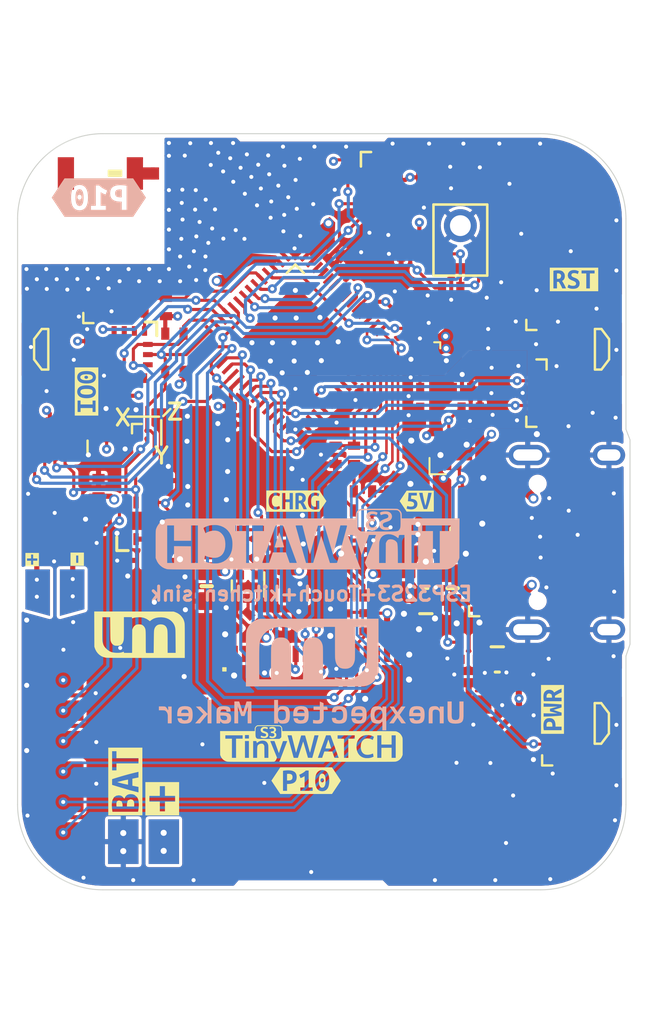
<source format=kicad_pcb>
(kicad_pcb (version 20240108) (generator "pcbnew") (generator_version "8.0")
  (layers (0 "F.Cu" mixed) (1 "In1.Cu" power) (2 "In2.Cu" power) (31 "B.Cu" signal) (34 "B.Paste" user) (35 "F.Paste" user) (36 "B.SilkS" user "B.Silkscreen") (37 "F.SilkS" user "F.Silkscreen") (38 "B.Mask" user) (39 "F.Mask" user) (44 "Edge.Cuts" user))
  (net 0 "")
  (net 1 "GND")
  (net 2 "3.3V")
  (net 3 "/STAT")
  (net 4 "VBAT")
  (net 5 "/LNA_IN")
  (net 6 "/RESET")
  (net 7 "/ANT")
  (net 8 "/XTAL_P")
  (net 9 "/XTAL_N")
  (net 10 "/VBUS")
  (net 11 "/PROG")
  (net 12 "/IO0")
  (net 13 "/VBUS_SENSE")
  (net 14 "/D-")
  (net 15 "/D+")
  (net 16 "/SDA")
  (net 17 "/SCL")
  (net 18 "/U0TXD")
  (net 19 "/U0RXD")
  (net 20 "/CC1")
  (net 21 "/CC2")
  (net 22 "/ANT_MATCH")
  (net 23 "/ANT_FREQ")
  (net 24 "Net-(D3-1)")
  (net 25 "Net-(D8-1)")
  (net 26 "Net-(U1-VBACKUP)")
  (net 27 "/BMI_ADR")
  (net 29 "Net-(Q1-B)")
  (net 30 "Net-(Q1-C)")
  (net 31 "/LEDK")
  (net 32 "/~{FG_ALERT}")
  (net 33 "/~{FG_QSTRT}")
  (net 35 "/TFT_DC")
  (net 36 "/TFT_BACKLIGHT")
  (net 37 "/TFT_CS")
  (net 38 "/RTC_EVI")
  (net 39 "/~{RTC_INT}")
  (net 40 "/BMA_INT1")
  (net 41 "/BMA_INT2")
  (net 42 "/TCH_RST")
  (net 43 "/TCH_INT")
  (net 44 "/IO5_SDA2")
  (net 45 "/IO10_SCL2")
  (net 46 "/IO18_BUZZ")
  (net 47 "/SPICS1")
  (net 48 "/VDD_SPI")
  (net 49 "/SPIHD")
  (net 50 "/SPIWP")
  (net 51 "/SPICS0")
  (net 52 "/SPICLK")
  (net 53 "/SPIQ")
  (net 54 "/SPID")
  (net 55 "/SPICLK_N")
  (net 56 "/SPICLK_P")
  (net 57 "/IO38")
  (net 58 "/IO39")
  (net 59 "/IO37")
  (net 60 "/IO45")
  (net 61 "/IO46")
  (net 62 "/VBUS-IN")
  (net 63 "/USB-5V")
  (net 64 "/SPI_MO")
  (net 65 "/IO40")
  (net 67 "/ON-SW")
  (net 69 "/PWR-SHUTDOWN")
  (net 70 "/SPI_SCK")
  (net 71 "/MIC_WS")
  (net 72 "/MIC_SELECT")
  (net 73 "/MIC_BCLK")
  (net 74 "Net-(IC4-DATA)")
  (net 75 "/MIC_DATA")
  (net 76 "/BUZZ")
  (net 77 "/BUZZ_T")
  (net 78 "/TFT_RESET")
  (net 83 "/LDO_EN")
  (net 84 "Net-(C4-P$1)")
  (net 86 "/HAP_EN")
  (net 87 "/HAP_TRIG")
  (net 88 "/OUT+")
  (net 89 "/OUT-")
  (footprint "Unexpected Maker:XC6194BANNERG" (layer "F.Cu") (at 153.22 94.525)
    (property "Reference" "IC3" (hide yes))
    (property "Value" "XC6194AA03ER-G" (hide yes))
  )
  (footprint "Unexpected Maker:SW_K2-1821SN-A4SW-06" (layer "F.Cu") (at 160.25 89.569999 -90)
    (property "Reference" "SW1" (hide yes))
    (property "Value" "SW_Push" (hide yes))
  )
  (footprint "TinyS3_P3:_0402_SRN" (layer "F.Cu") (at 142.23 92.82 -90)
    (property "Reference" "C14" (hide yes))
    (property "Value" "0.1uF" (hide yes))
  )
  (footprint "TinyS3_P3:_0402_SRN" (layer "F.Cu") (at 143.74 98.91 -90)
    (property "Reference" "R12" (hide yes))
    (property "Value" "10K" (hide yes))
  )
  (footprint "Package_TO_SOT_SMD:SOT-723" (layer "F.Cu") (at 153.95 105.42 -90)
    (property "Reference" "Q2" (hide yes))
    (property "Value" "600mA/40V" (hide yes))
  )
  (footprint "TinyS3_P3:_0402_SRN" (layer "F.Cu") (at 146.25 83.55 135)
    (property "Reference" "C19" (hide yes))
    (property "Value" "0.1uF" (hide yes))
  )
  (footprint "TinyS3_P3:_0402_SRN" (layer "F.Cu") (at 153.68 80.61 90)
    (property "Reference" "R8" (hide yes))
    (property "Value" "100K" (hide yes))
  )
  (footprint "TinyS3_P3:_0402_SRN" (layer "F.Cu") (at 143.59 83.69 -45)
    (property "Reference" "L1" (hide yes))
    (property "Value" "3.3nH1" (hide yes))
  )
  (footprint "TinyS3_P3:_0402_SRN" (layer "F.Cu") (at 137.53 87.71 180)
    (property "Reference" "R23" (hide yes))
    (property "Value" "100K" (hide yes))
  )
  (footprint "TinyS3_P3:_0402_SRN" (layer "F.Cu") (at 138.68 96.04)
    (property "Reference" "R22" (hide yes))
    (property "Value" "100K" (hide yes))
  )
  (footprint "TinyS3_P3:_0402_SRN" (layer "F.Cu") (at 142.68 84.87 135)
    (property "Reference" "C17" (hide yes))
    (property "Value" "0.1uF" (hide yes))
  )
  (footprint "Unexpected Maker:IC_RV-3028-C7-32.768KHZ-1PPM-TA-QA" (layer "F.Cu") (at 149.81 81.68)
    (property "Reference" "U1" (hide yes))
    (property "Value" "RV-3028-C7-32.768KHZ" (hide yes))
  )
  (footprint "TinyS3_P3:_0402_SRN" (layer "F.Cu") (at 153.62 91.52)
    (property "Reference" "C25" (hide yes))
    (property "Value" "1uF" (hide yes))
  )
  (footprint "TinyS3_P3:_0402_SRN" (layer "F.Cu") (at 152.01 91.52 180)
    (property "Reference" "R30" (hide yes))
    (property "Value" "100K" (hide yes))
  )
  (footprint "Unexpected Maker:HapticMotor_Solder_Pads" (layer "F.Cu") (at 137.93 113.75 -90)
    (property "Reference" "BAT1" (hide yes))
    (property "Value" "LIPO" (hide yes))
  )
  (footprint "TinyS3_P3:_0402_SRN" (layer "F.Cu") (at 156.68 104.84)
    (property "Reference" "C29" (hide yes))
    (property "Value" "2.2uF" (hide yes))
  )
  (footprint "kibuzzard-6746A5FE" (layer "F.Cu") (at 145.46 97.05)
    (property "Reference" "kibuzzard-6746A5FE" (hide yes))
    (property "Value" "G***" (hide yes))
  )
  (footprint "TinyS3_P3:_0402_SRN" (layer "F.Cu") (at 152.01 80.18)
    (property "Reference" "R6" (hide yes))
    (property "Value" "10K" (hide yes))
  )
  (footprint "Unexpected Maker:UM_LOGO_NEW_TINY" (layer "F.Cu") (at 137.730247 103.880136)
    (property "Reference" "U$88" (hide yes))
    (property "Value" "UM_LOGONEW_SMALLER" (hide yes))
  )
  (footprint "ProS3_P3:STEMMA_BOOM-ELEC-VERT" (layer "F.Cu") (at 133.97 108.87 -90)
    (property "Reference" "J4" (hide yes))
    (property "Value" "Conn_01x07_Pin" (hide yes))
  )
  (footprint "TinyS3_P3:_0402_SRN" (layer "F.Cu") (at 148.74 96.57)
    (property "Reference" "R15" (hide yes))
    (property "Value" "5.1K" (hide yes))
  )
  (footprint "TinyS3_P3:_0402_SRN" (layer "F.Cu") (at 152.015 92.5 180)
    (property "Reference" "C23" (hide yes))
    (property "Value" "0.1uF" (hide yes))
  )
  (footprint "TinyS3_P3:_0402_SRN" (layer "F.Cu") (at 147.4 84.68 -45)
    (property "Reference" "C15" (hide yes))
    (property "Value" "1uF" (hide yes))
  )
  (footprint "TinyS3_P3:_0402_SRN" (layer "F.Cu") (at 135.3 89.62 -90)
    (property "Reference" "C1" (hide yes))
    (property "Value" "0.1uF" (hide yes))
  )
  (footprint "Package_TO_SOT_SMD:SOT-723" (layer "F.Cu") (at 143.08 101.26 -90)
    (property "Reference" "Q1" (hide yes))
    (property "Value" "MMBT2222" (hide yes))
  )
  (footprint "TinyS3_P3:_0402_SRN" (layer "F.Cu") (at 148.74 97.51 180)
    (property "Reference" "R1" (hide yes))
    (property "Value" "5.1K" (hide yes))
  )
  (footprint "TinyS3_P3:_0402_SRN" (layer "F.Cu") (at 154.65 97.11 -90)
    (property "Reference" "R9" (hide yes))
    (property "Value" "5.1K" (hide yes))
  )
  (footprint "Unexpected Maker:HapticMotor_Solder_Pads" (layer "F.Cu") (at 133.56 101.52 90)
    (property "Reference" "J1" (hide yes))
    (property "Value" "Conn_01x02_Pin" (hide yes))
  )
  (footprint "TinyS3_P3:_0402_SRN" (layer "F.Cu") (at 147.93 103.03 -90)
    (property "Reference" "R28" (hide yes))
    (property "Value" "10K" (hide yes))
  )
  (footprint "TinyS3_P3:_0402_SRN" (layer "F.Cu") (at 153.09 86.55 180)
    (property "Reference" "R26" (hide yes))
    (property "Value" "68" (hide yes))
  )
  (footprint "LED_SMD:LED_0402_1005Metric" (layer "F.Cu") (at 150.09 97.05 -90)
    (property "Reference" "D8" (hide yes))
    (property "Value" "RED" (hide yes))
  )
  (footprint "Unexpected Maker:TVS X1-DFN1006-2-BEST" (layer "F.Cu") (at 157.29 90.77 -90)
    (property "Reference" "D4" (hide yes))
    (property "Value" "D_TVS" (hide yes))
  )
  (footprint "TinyS3_P3:_0402_SRN" (layer "F.Cu") (at 151.07 84.04 180)
    (property "Reference" "C26" (hide yes))
    (property "Value" "220pF" (hide yes))
  )
  (footprint "kibuzzard-65BF212E" (layer "F.Cu") (at 135.12 91.65 90)
    (property "Reference" "kibuzzard-65BF212E" (hide yes))
    (property "Value" "G***" (hide yes))
  )
  (footprint "TinyS3_P3:_0402_SRN" (layer "F.Cu") (at 150.7 88.01 -45)
    (property "Reference" "R14" (hide yes))
    (property "Value" "100K" (hide yes))
  )
  (footprint "TinyS3_P3:_0402_SRN" (layer "F.Cu") (at 139.72 98.51 90)
    (property "Reference" "R21" (hide yes))
    (property "Value" "100K" (hide yes))
  )
  (footprint "TinyS3_P3:_0402_SRN" (layer "F.Cu") (at 153.88 89.5)
    (property "Reference" "C31" (hide yes))
    (property "Value" "0.1uF" (hide yes))
  )
  (footprint "TinyS3_P3:_0402_SRN" (layer "F.Cu") (at 137.61 99.97 180)
    (property "Reference" "C6" (hide yes))
    (property "Value" "0.1uF" (hide yes))
  )
  (footprint "UnexpectedMaker:QFN56-ESP32-S3-PROD-THIN" (layer "F.Cu") (at 145.408578 89.165044 -45)
    (property "Reference" "IC2" (hide yes))
    (property "Value" "ESP32-S3-PICO1-N8R2" (hide yes))
  )
  (footprint "TinyS3_P3:_0402_SRN" (layer "F.Cu") (at 148.31 101.7 180)
    (property "Reference" "R17" (hide yes))
    (property "Value" "100K" (hide yes))
  )
  (footprint "TinyS3_P3:_0402_SRN" (layer "F.Cu") (at 134.41 93.23)
    (property "Reference" "C4" (hide yes))
    (property "Value" "0.1uF" (hide yes))
  )
  (footprint "Unexpected Maker:JUSHUO AFH34-S18FIA-1H" (layer "F.Cu") (at 146.175 105.925)
    (property "Reference" "J3" (hide yes))
    (property "Value" "Conn_01x18_Pin" (hide yes))
  )
  (footprint "kibuzzard-6750E394" (layer "F.Cu") (at 137.03 110.86 90)
    (property "Reference" "kibuzzard-6750E394" (hide yes))
    (property "Value" "G***" (hide yes))
  )
  (footprint "Unexpected Maker:SinHoo SSB2025" (layer "F.Cu") (at 158.55 113.08697)
    (property "Reference" "REF**" (hide yes))
    (property "Value" "SinHoo SSB2025" (hide yes))
  )
  (footprint "TinyS3_P3:_0402_SRN" (layer "F.Cu") (at 142.82 98.91 -90)
    (property "Reference" "R19" (hide yes))
    (property "Value" "330R" (hide yes))
  )
  (footprint "TinyS3_P3:SOT723" (layer "F.Cu") (at 149.9 101.15 90)
    (property "Reference" "T3" (hide yes))
    (property "Value" "P-FET" (hide yes))
  )
  (footprint "TinyS3_P3:_0402_SRN" (layer "F.Cu") (at 147.98 80.69 -90)
    (property "Reference" "R7" (hide yes))
    (property "Value" "100K" (hide yes))
  )
  (footprint "TinyS3_P3:SOT23-5-SML2" (layer "F.Cu") (at 146.15 99.49 -90)
    (property "Reference" "CHRG2" (hide yes))
    (property "Value" "TP4065-4.2V-SOT25-R" (hide yes))
  )
  (footprint "UnexpectedMaker:VREG_NCP170AMX300TCG" (layer "F.Cu") (at 151.85 90.075 -90)
    (property "Reference" "U3" (hide yes))
    (property "Value" "NCP167BMX330TBG" (hide yes))
  )
  (footprint "TinyS3_P3:_0402_SRN" (layer "F.Cu") (at 135.71 96.36 90)
    (property "Reference" "C34" (hide yes))
    (property "Value" "2.2uF" (hide yes))
  )
  (footprint "TinyS3_P3:_0402_SRN" (layer "F.Cu") (at 152.01 81.1)
    (property "Reference" "C10" (hide yes))
    (property "Value" "0.1uF" (hide yes))
  )
  (footprint "kibuzzard-664315DB" (layer "F.Cu") (at 138.85 111.71 -90)
    (property "Reference" "kibuzzard-664315DB" (hide yes))
    (property "Value" "G***" (hide yes))
  )
  (footprint "kikit:Tab" (layer "F.Cu") (at 146.19 78.713654 -90)
    (property "Reference" "T1" (hide yes))
    (property "Value" "Tab")
  )
  (footprint "TinyS3_P3:_0402_SRN" (layer "F.Cu") (at 151.36 87.33 135)
    (property "Reference" "C3" (hide yes))
    (property "Value" "1uF" (hide yes))
  )
  (footprint "Unexpected Maker:TVS X1-DFN1006-2-BEST" (layer "F.Cu") (at 135.46 87.58 90)
    (property "Reference" "D10" (hide yes))
    (property "Value" "D_TVS" (hide yes))
  )
  (footprint "TinyS3_P3:_0402_SRN" (layer "F.Cu") (at 148.53 98.99 -90)
    (property "Reference" "R16" (hide yes))
    (property "Value" "3K3" (hide yes))
  )
  (footprint "TinyS3_P3:_0402_SRN" (layer "F.Cu") (at 132.86 93.22 180)
    (property "Reference" "R18" (hide yes))
    (property "Value" "100K" (hide yes))
  )
  (footprint "kibuzzard-65BEEBBF" (layer "F.Cu") (at 134.66 99.91 90)
    (property "Reference" "kibuzzard-65BEEBBF" (hide yes))
    (property "Value" "G***" (hide yes))
  )
  (footprint "Unexpected Maker:SOD-523-MSK4010" (layer "F.Cu") (at 151.84 101.350001 -90)
    (property "Reference" "D5" (hide yes))
    (property "Value" "DIODE-SCHOTTKYWIDE" (hide yes))
  )
  (footprint "Unexpected Maker:SOD-523-MSK4010" (layer "F.Cu") (at 155.36 105.47 90)
    (property "Reference" "D6" (hide yes))
    (property "Value" "DIODESOD-123" (hide yes))
  )
  (footprint "TinyS3_P3:_0402_SRN" (layer "F.Cu") (at 154.05 92.49)
    (property "Reference" "R25" (hide yes))
    (property "Value" "10K" (hide yes))
  )
  (footprint "kibuzzard-65BEEB54" (layer "F.Cu") (at 132.44 99.93 90)
    (property "Reference" "kibuzzard-65BEEB54" (hide yes))
    (property "Value" "G***" (hide yes))
  )
  (footprint "TinyS3_P3:_0402_SRN" (layer "F.Cu") (at 135.71 97.97 -90)
    (property "Reference" "C9" (hide yes))
    (property "Value" "1uF" (hide yes))
  )
  (footprint "TinyS3_P3:_0402_SRN" (layer "F.Cu") (at 151.07 84.95 180)
    (property "Reference" "C24" (hide yes))
    (property "Value" "1uF" (hide yes))
  )
  (footprint "Unexpected Maker:SW_K2-1821SN-A4SW-06" (layer "F.Cu") (at 133.155 89.569999 90)
    (property "Reference" "SW3" (hide yes))
    (property "Value" "SW_Push" (hide yes))
  )
  (footprint "Unexpected Maker:TVS X1-DFN1006-2-BEST" (layer "F.Cu") (at 154.47 102.02 90)
    (property "Reference" "D1" (hide yes))
    (property "Value" "D_TVS" (hide yes))
  )
  (footprint "kibuzzard-6518A76D" (layer "F.Cu") (at 158.08 107.31 90)
    (property "Reference" "kibuzzard-6518A76D" (hide yes))
    (property "Value" "G***" (hide yes))
  )
  (footprint "kibuzzard-6746A5F3" (layer "F.Cu") (at 151.39 97.05)
    (property "Reference" "kibuzzard-6746A5F3" (hide yes))
    (property "Value" "G***" (hide yes))
  )
  (footprint "TinyS3_P3:_0402_SRN" (layer "F.Cu") (at 142.01 85.54 135)
    (property "Reference" "C18" (hide yes))
    (property "Value" "1uF" (hide yes))
  )
  (footprint "TinyS3_P3:_0402_SRN" (layer "F.Cu") (at 139.45 88.8)
    (property "Reference" "R4" (hide yes))
    (property "Value" "10K" (hide yes))
  )
  (footprint "TinyS3_P3:_0402_SRN" (layer "F.Cu") (at 139.03 87.49 90)
    (property "Reference" "R10" (hide yes))
    (property "Value" "100K" (hide yes))
  )
  (footprint "Unexpected Maker:TVS X1-DFN1006-2-BEST" (layer "F.Cu") (at 157.29 92.69 90)
    (property "Reference" "D2" (hide yes))
    (property "Value" "D_TVS" (hide yes))
  )
  (footprint "TinyS3_P3:_0402_SRN" (layer "F.Cu") (at 142.78 102.92 -135)
    (property "Reference" "R20" (hide yes))
    (property "Value" "15R" (hide yes))
  )
  (footprint "TinyS3_P3:_0402_SRN" (layer "F.Cu") (at 153.19 97.5)
    (property "Reference" "C22" (hide yes))
    (property "Value" "0.1uF" (hide yes))
  )
  (footprint "TinyS3_P3:_0402_SRN" (layer "F.Cu") (at 154.65 100.12 -90)
    (property "Reference" "R11" (hide yes))
    (property "Value" "5.1K" (hide yes))
  )
  (footprint "TinyS3_P3:_0402_SRN" (layer "F.Cu") (at 153.95 104.01 180)
    (property "Reference" "R27" (hide yes))
    (property "Value" "330R" (hide yes))
  )
  (footprint "Unexpected Maker:TVS X1-DFN1006-2-BEST" (layer "F.Cu") (at 157.29 87.92 90)
    (property "Reference" "D11" (hide yes))
    (property "Value" "D_TVS" (hide yes))
  )
  (footprint "kibuzzard-675E03DD" (layer "F.Cu") (at 145.94 110.82)
    (property "Reference" "kibuzzard-675E03DD" (hide yes))
    (property "Value" "G***" (hide yes))
  )
  (footprint "Unexpected Maker:SinHoo SSB2025" (layer "F.Cu") (at 158.55 82.06)
    (property "Reference" "REF**" (hide yes))
    (property "Value" "SinHoo SSB2025" (hide yes))
  )
  (footprint "Unexpected Maker:ICS43434" (layer "F.Cu") (at 153.54 84.19 180)
    (property "Reference" "IC4" (hide yes))
    (property "Value" "ICS-43434" (hide yes))
  )
  (footprint "Unexpected Maker:TVS X1-DFN1006-2-BEST" (layer "F.Cu") (at 158.07 109.37 90)
    (property "Reference" "D9" (hide yes))
    (property "Value" "D_TVS" (hide yes))
  )
  (footprint "Package_SO:VSSOP-10_3x3mm_P0.5mm" (layer "F.Cu") (at 133.56 96.57 -90)
    (property "Reference" "U5" (hide yes))
    (property "Value" "DRV2605LDGSR" (hide yes))
  )
  (footprint "TinyS3_P3:_0402_SRN" (layer "F.Cu") (at 153.185 96.59 180)
    (property "Reference" "R33" (hide yes))
    (property "Value" "10K" (hide yes))
  )
  (footprint "TinyS3_P3:_0402_SRN" (layer "F.Cu") (at 145.37 101.74)
    (property "Reference" "C32" (hide yes))
    (property "Value" "2.2uF" (hide yes))
  )
  (footprint "Unexpected Maker:ANT_2450AT18B100E" (layer "F.Cu") (at 135.801695 80.91)
    (property "Reference" "U$13" (hide yes))
    (property "Value" "FRACTUS_FR05-S1-N-0-102-LEAN" (hide yes))
  )
  (footprint "LED_SMD:LED_0402_1005Metric" (layer "F.Cu") (at 147.41 97.05 -90)
    (property "Reference" "D3" (hide yes))
    (property "Value" "ORANGE" (hide yes))
  )
  (footprint "TinyS3_P3:_0402_SRN" (layer "F.Cu") (at 147.39 94.77 -90)
    (property "Reference" "R3" (hide yes))
    (property "Value" "3K3" (hide yes))
  )
  (footprint "Unexpected Maker:MagneticBuzzer_KLJ-4020" (layer "F.Cu") (at 154.17 109.07 90)
    (property "Reference" "SP1" (hide yes))
    (property "Value" "Speaker" (hide yes))
  )
  (footprint "Unexpected Maker:SW_K2-1821SN-A4SW-06" (layer "F.Cu") (at 160.24 108 -90)
    (property "Reference" "SW5" (hide yes))
    (property "Value" "SW_Push" (hide yes))
  )
  (footprint "Unexpected Maker:MAX17048G_T10_SON50P200X200X80-9N" (layer "F.Cu") (at 137.81 98.02 90)
    (property "Reference" "U4" (hide yes))
    (property "Value" "MAX17048G+T10" (hide yes))
  )
  (footprint "TinyS3_P3:_0402_SRN" (layer "F.Cu") (at 153.88 88.55)
    (property "Reference" "C20" (hide yes))
    (property "Value" "1uF" (hide yes))
  )
  (footprint "kibuzzard-6518A765" (layer "F.Cu") (at 159.14 86.13)
    (property "Reference" "kibuzzard-6518A765" (hide yes))
    (property "Value" "G***" (hide yes))
  )
  (footprint "TinyS3_P3:_0402_SRN" (layer "F.Cu") (at 136.11 93.5 90)
    (property "Reference" "C8" (hide yes))
    (property "Value" "0.1uF" (hide yes))
  )
  (footprint "Qwiic_BMI270:BMI270" (layer "F.Cu") (at 137.23 89.83 -90)
    (property "Reference" "U$1" (hide yes))
    (property "Value" "BMI270" (hide yes))
  )
  (footprint "Package_BGA:WLP-4_0.83x0.83mm_P0.4mm" (layer "F.Cu") (at 137.89 93.78)
    (property "Reference" "U2" (hide yes))
    (property "Value" "MMC5603NJL" (hide yes))
  )
  (footprint "LOGO" (layer "F.Cu") (at 146.2 108.99)
    (property "Reference" "G***" (hide yes))
    (property "Value" "LOGO" (hide yes))
  )
  (footprint "TinyS3_P3:_0402_SRN" (layer "F.Cu") (at 155.54 85.21 90)
    (property "Reference" "R13" (hide yes))
    (property "Value" "100K" (hide yes))
  )
  (footprint "TinyS3_P3:_0402_SRN" (layer "F.Cu") (at 140.56 80.54 -115)
    (property "Reference" "AF2" (hide yes))
    (property "Value" "1.5nH" (hide yes))
  )
  (footprint "TinyS3_P3:_0402_SRN" (layer "F.Cu") (at 148.3 94.77 90)
    (property "Reference" "R2" (hide yes))
    (property "Value" "2K" (hide yes))
  )
  (footprint "TinyS3_P3:_0402_SRN" (layer "F.Cu") (at 139.45 90.68 180)
    (property "Reference" "R5" (hide yes))
    (property "Value" "10K" (hide yes))
  )
  (footprint "TinyS3_P3:_0402_SRN" (layer "F.Cu") (at 144.43 102.98)
    (property "Reference" "C16" (hide yes))
    (property "Value" "0.1uF" (hide yes))
  )
  (footprint "TinyS3_P3:_0603MP" (layer "F.Cu") (at 153.16 101.34 90)
    (property "Reference" "C28" (hide yes))
    (property "Value" "10uF" (hide yes))
  )
  (footprint "TinyS3_P3:_0402_SRN" (layer "F.Cu") (at 136.57 91.86 180)
    (property "Reference" "C12" (hide yes))
    (property "Value" "0.1uF" (hide yes))
  )
  (footprint "TinyS3_P3:_0603MP" (layer "F.Cu") (at 141.04 101.24 -90)
    (property "Reference" "C7" (hide yes))
    (property "Value" "10uF" (hide yes))
  )
  (footprint "kikit:Tab" (layer "F.Cu") (at 146.19 116.47 90)
    (property "Reference" "T1" (hide yes))
    (property "Value" "Tab")
  )
  (footprint "TinyS3_P3:_0402_SRN" (layer "F.Cu") (at 150.38 103.36)
    (property "Reference" "C11" (hide yes))
    (property "Value" "0.1uF" (hide yes))
  )
  (footprint "TinyS3_P3:_0402_SRN" (layer "F.Cu") (at 142.25 82.98 45)
    (property "Reference" "C5" (hide yes))
    (property "Value" "1.0pF" (hide yes))
  )
  (footprint "TinyS3_P3:_0402_SRN" (layer "F.Cu") (at 148.86 103.02 -90)
    (property "Reference" "R29" (hide yes))
    (property "Value" "10K" (hide yes))
  )
  (footprint "Unexpected Maker:USB-C-16P-LESSPASTE-2-FIxed" (layer "F.Cu") (at 159.57 99.080001 90)
    (property "Reference" "J2" (hide yes))
    (property "Value" "USB_C" (hide yes))
  )
  (footprint "TinyS3_P3:_0402_SRN" (layer "F.Cu") (at 138.941696 80.91 180)
    (property "Reference" "AF3" (hide yes))
    (property "Value" "2.4nH" (hide yes))
  )
  (footprint "TinyS3_P3:_0603MP" (layer "F.Cu") (at 153.09 98.64 180)
    (property "Reference" "C21" (hide yes))
    (property "Value" "10uF" (hide yes))
  )
  (footprint "TinyS3_P3:_0402_SRN" (layer "F.Cu") (at 141.58 81.7 135)
    (property "Reference" "AF1" (hide yes))
    (property "Value" "3.6pF" (hide yes))
  )
  (footprint "kibuzzard-675E03E4" (layer "B.Cu") (at 135.725 82.1 180)
    (property "Reference" "kibuzzard-675E03E4" (hide yes))
    (property "Value" "G***" (hide yes))
  )
  (footprint "UnexpectedMaker:UM_LOGO_NEW_SMALL" (layer "B.Cu") (at 146.19 104.61 180)
    (property "Reference" "U$88" (hide yes))
    (property "Value" "UM_LOGONEW_SMALLER" (hide yes))
  )
  (footprint "kibuzzard-6534A245" (layer "B.Cu") (at 146.19 107.59 180)
    (property "Reference" "kibuzzard-6534A245" (hide yes))
    (property "Value" "G***" (hide yes))
  )
  (footprint "LOGO" (layer "B.Cu") (at 146.007755 98.92 180)
    (property "Reference" "G***" (hide yes))
    (property "Value" "LOGO" (hide yes))
  )
  (gr_line (start 138.8 94.27) (end 138.8 93.065001) (stroke (width 0.12)) (layer "F.SilkS"))
  (gr_line (start 137.145 92.89) (end 138.69 92.89) (stroke (width 0.12)) (layer "F.SilkS"))
  (gr_line (start 139.25 92.51) (end 138.901538 92.858462) (stroke (width 0.12)) (layer "F.SilkS"))
  (gr_line (start 161.7 93.51) (end 161.7 83.149999) (stroke (width 0.05)) (layer "Edge.Cuts"))
  (gr_arc (start 157.5 78.949999) (mid 160.469849 80.18015) (end 161.7 83.149999) (stroke (width 0.05)) (layer "Edge.Cuts"))
  (gr_line (start 161.7 104.680001) (end 161.9 104.1) (stroke (width 0.05)) (layer "Edge.Cuts"))
  (gr_arc (start 131.721411 83.149999) (mid 132.951564 80.180155) (end 135.921411 78.949999) (stroke (width 0.05)) (layer "Edge.Cuts"))
  (gr_arc (start 161.7 111.99697) (mid 160.469859 114.966838) (end 157.5 116.19697) (stroke (width 0.05)) (layer "Edge.Cuts"))
  (gr_line (start 157.5 116.19697) (end 135.921411 116.19697) (stroke (width 0.05)) (layer "Edge.Cuts"))
  (gr_line (start 161.7 93.51) (end 161.9 94.03) (stroke (width 0.05)) (layer "Edge.Cuts"))
  (gr_line (start 135.921411 78.949999) (end 157.5 78.949999) (stroke (width 0.05)) (layer "Edge.Cuts"))
  (gr_arc (start 135.921411 116.19697) (mid 132.951563 114.966818) (end 131.721411 111.99697) (stroke (width 0.05)) (layer "Edge.Cuts"))
  (gr_line (start 161.9 94.03) (end 161.9 104.1) (stroke (width 0.05)) (layer "Edge.Cuts"))
  (gr_line (start 131.721411 111.99697) (end 131.721411 83.149999) (stroke (width 0.05)) (layer "Edge.Cuts"))
  (gr_line (start 161.7 104.680001) (end 161.7 111.99697) (stroke (width 0.05)) (layer "Edge.Cuts"))
  (gr_text "ESP32S3+Touch+kitchen sink" (at 146.19 101.21 0) (layer "B.SilkS") (effects (font (size 0.7 0.7) (thickness 0.15) (bold yes)) (justify top mirror)))
  (gr_text "X" (at 136.425 93.41 0) (layer "F.SilkS") (effects (font (size 0.8 0.8)) (justify left bottom)))
  (gr_text "Z" (at 138.995 93.12 0) (layer "F.SilkS") (effects (font (size 0.8 0.8)) (justify left bottom)))
  (gr_text "Y" (at 138.37 95.28 0) (layer "F.SilkS") (effects (font (size 0.8 0.8)) (justify left bottom)))
  (segment (start 153.97 93.6625) (end 153.655 93.9775) (width 0.154) (layer "F.Cu") (net 1))
  (segment (start 152.85 90.13) (end 152.795 90.075) (width 0.154) (layer "F.Cu") (net 1))
  (segment (start 153.655 93.9775) (end 153.655 94.1) (width 0.154) (layer "F.Cu") (net 1))
  (segment (start 152.795 90.075) (end 151.85 90.075) (width 0.154) (layer "F.Cu") (net 1))
  (segment (start 136.2825 89.8325) (end 136.3175 89.8325) (width 0.154) (layer "F.Cu") (net 1))
  (segment (start 151.54908 89.77408) (end 151.85 90.075) (width 0.154) (layer "F.Cu") (net 1))
  (segment (start 137.06 98.9225) (end 137.06 98.625001) (width 0.154) (layer "F.Cu") (net 1))
  (segment (start 137.07 87.7) (end 137.08 87.71) (width 0.2032) (layer "F.Cu") (net 1))
  (segment (start 136.3175 90.3325) (end 136.2275 90.2425) (width 0.154) (layer "F.Cu") (net 1))
  (segment (start 136.25 89.8) (end 136.2825 89.8325) (width 0.154) (layer "F.Cu") (net 1))
  (segment (start 136.35 87.7) (end 137.07 87.7) (width 0.2032) (layer "F.Cu") (net 1))
  (segment (start 137.665001 98.02) (end 137.81 98.02) (width 0.154) (layer "F.Cu") (net 1))
  (segment (start 138.56 98.625001) (end 137.955 98.02) (width 0.154) (layer "F.Cu") (net 1))
  (segment (start 137.06 98.625001) (end 137.665001 98.02) (width 0.154) (layer "F.Cu") (net 1))
  (segment (start 137.955 98.02) (end 137.81 98.02) (width 0.154) (layer "F.Cu") (net 1))
  (segment (start 136.3175 89.8325) (end 136.3175 90.3325) (width 0.154) (layer "F.Cu") (net 1))
  (segment (start 136.3175 89.8325) (end 135.9975 89.8325) (width 0.154) (layer "F.Cu") (net 1))
  (segment (start 153.47 93.6625) (end 153.97 93.6625) (width 0.154) (layer "F.Cu") (net 1))
  (segment (start 138.56 98.9225) (end 138.56 98.625001) (width 0.154) (layer "F.Cu") (net 1))
  (segment (start 135.76 90.07) (end 135.3 90.07) (width 0.154) (layer "F.Cu") (net 1))
  (segment (start 151.85 90.075) (end 151.118209 90.075) (width 0.154) (layer "F.Cu") (net 1))
  (segment (start 135.9975 89.8325) (end 135.76 90.07) (width 0.154) (layer "F.Cu") (net 1))
  (segment (start 151.54908 89.036491) (end 151.54908 89.77408) (width 0.154) (layer "F.Cu") (net 1))
  (via (at 140.69 83.3) (size 0.45) (drill 0.2) (layers "F.Cu" "B.Cu") (net 1))
  (via (at 151.01 105.84) (size 0.5) (drill 0.3) (layers "F.Cu" "B.Cu") (net 1))
  (via (at 151.93 86.92) (size 0.45) (drill 0.2) (layers "F.Cu" "B.Cu") (net 1))
  (via (at 143.27 89.248427) (size 0.45) (drill 0.25) (layers "F.Cu" "B.Cu") (net 1))
  (via (at 158.87 93.36) (size 0.45) (drill 0.2) (layers "F.Cu" "B.Cu") (net 1))
  (via (at 139.18 84.6475) (size 0.45) (drill 0.2) (layers "F.Cu" "B.Cu") (net 1))
  (via (at 155.13 92.8) (size 0.45) (drill 0.2) (layers "F.Cu" "B.Cu") (net 1))
  (via (at 142.71 80.63) (size 0.45) (drill 0.2) (layers "F.Cu" "B.Cu") (net 1))
  (via (at 137.02 94.48) (size 0.45) (drill 0.25) (layers "F.Cu" "B.Cu") (net 1))
  (via (at 139.18 85.62) (size 0.45) (drill 0.2) (layers "F.Cu" "B.Cu") (net 1))
  (via (at 142.01 96.98) (size 0.45) (drill 0.25) (layers "F.Cu" "B.Cu") (net 1))
  (via (at 145.65 83.99) (size 0.45) (drill 0.2) (layers "F.Cu" "B.Cu") (net 1))
  (via (at 140.41 84.74) (size 0.45) (drill 0.2) (layers "F.Cu" "B.Cu") (net 1))
  (via (at 144.57 81.51) (size 0.45) (drill 0.2) (layers "F.Cu" "B.Cu") (net 1))
  (via (at 147.14 102.36) (size 0.45) (drill 0.25) (layers "F.Cu" "B.Cu") (net 1))
  (via (at 151.5 103.36) (size 0.5) (drill 0.3) (layers "F.Cu" "B.Cu") (net 1))
  (via (at 139.79 84.13) (size 0.45) (drill 0.2) (layers "F.Cu" "B.Cu") (net 1))
  (via (at 140.108 97.24) (size 0.45) (drill 0.25) (layers "F.Cu" "B.Cu") (net 1))
  (via (at 151.106158 90.062949) (size 0.45) (drill 0.25) (layers "F.Cu" "B.Cu") (net 1))
  (via (at 153.69 79.44) (size 0.45) (drill 0.2) (layers "F.Cu" "B.Cu") (net 1))
  (via (at 133.55 97.63) (size 0.45) (drill 0.2) (layers "F.Cu" "B.Cu") (net 1))
  (via (at 141.59 93.23) (size 0.45) (drill 0.25) (layers "F.Cu" "B.Cu") (net 1))
  (via (at 134.49 90.09) (size 0.45) (drill 0.2) (layers "F.Cu" "B.Cu") (net 1))
  (via (at 157.47 98.805001) (size 0.45) (drill 0.2) (layers "F.Cu" "B.Cu") (net 1))
  (via (at 154.745 105.51) (size 0.45) (drill 0.2) (layers "F.Cu" "B.Cu") (net 1))
  (via (at 159.32 98.710001) (size 0.45) (drill 0.2) (layers "F.Cu" "B.Cu") (net 1))
  (via (at 140.99 82.2) (size 0.45) (drill 0.2) (layers "F.Cu" "B.Cu") (net 1))
  (via (at 161.23 111.05) (size 0.45) (drill 0.2) (layers "F.Cu" "B.Cu") (net 1))
  (via (at 134.172183 86.63) (size 0.45) (drill 0.2) (layers "F.Cu" "B.Cu") (net 1))
  (via (at 154.48 103.03) (size 0.5) (drill 0.3) (layers "F.Cu" "B.Cu") (net 1))
  (via (at 142.2 80.16) (size 0.45) (drill 0.2) (layers "F.Cu" "B.Cu") (net 1))
  (via (at 157.14 105.59) (size 0.45) (drill 0.2) (layers "F.Cu" "B.Cu") (net 1))
  (via (at 140.98 85) (size 0.45) (drill 0.2) (layers "F.Cu" "B.Cu") (net 1))
  (via (at 141.949 103.61) (size 0.5) (drill 0.3) (layers "F.Cu" "B.Cu") (net 1))
  (via (at 149.25 98.98) (size 0.45) (drill 0.2) (layers "F.Cu" "B.Cu") (net 1))
  (via (at 153.36 103.07) (size 0.5) (drill 0.3) (layers "F.Cu" "B.Cu") (net 1))
  (via (at 147.35 81.71) (size 0.45) (drill 0.2) (layers "F.Cu" "B.Cu") (net 1))
  (via (at 155.26 115.72) (size 0.45) (drill 0.2) (layers "F.Cu" "B.Cu") (net 1))
  (via (at 154.011252 93.099837) (size 0.45) (drill 0.2) (layers "F.Cu" "B.Cu") (net 1))
  (via (at 142.34 79.411327) (size 0.45) (drill 0.2) (layers "F.Cu" "B.Cu") (net 1))
  (via (at 138.85 98.08) (size 0.45) (drill 0.25) (layers "F.Cu" "B.Cu") (net 1))
  (via (at 151.12 94.07) (size 0.5) (drill 0.3) (layers "F.Cu" "B.Cu") (net 1))
  (via (at 147.13 103.69) (size 0.5) (drill 0.3) (layers "F.Cu" "B.Cu") (net 1))
  (via (at 135.21 94.77) (size 0.45) (drill 0.25) (layers "F.Cu" "B.Cu") (net 1))
  (via (at 158.35 88.21) (size 0.45) (drill 0.2) (layers "F.Cu" "B.Cu") (net 1))
  (via (at 153.63 90.81) (size 0.45) (drill 0.25) (layers "F.Cu" "B.Cu") (net 1))
  (via (at 155.46 79.44) (size 0.45) (drill 0.2) (layers "F.Cu" "B.Cu") (net 1))
  (via (at 147.43 105.31) (size 0.45) (drill 0.2) (layers "F.Cu" "B.Cu") (net 1))
  (via (at 161.09 104.69) (size 0.45) (drill 0.2) (layers "F.Cu" "B.Cu") (net 1))
  (via (at 148.65 84.79) (size 0.45) (drill 0.2) (layers "F.Cu" "B.Cu") (net 1))
  (via (at 143.02 79.97) (size 0.45) (drill 0.2) (layers "F.Cu" "B.Cu") (net 1))
  (via (at 141.12 84.33) (size 0.45) (drill 0.2) (layers "F.Cu" "B.Cu") (net 1))
  (via (at 157.3 86.66) (size 0.45) (drill 0.2) (layers "F.Cu" "B.Cu") (net 1))
  (via (at 155.55 86.27) (size 0.45) (drill 0.2) (layers "F.Cu" "B.Cu") (net 1))
  (via (at 135.15 88.58) (size 0.45) (drill 0.2) (layers "F.Cu" "B.Cu") (net 1))
  (via (at 161.23 85.69) (size 0.45) (drill 0.2) (layers "F.Cu" "B.Cu") (net 1))
  (via (at 146.35 79.59) (size 0.45) (drill 0.2) (layers "F.Cu" "B.Cu") (net 1))
  (via (at 150.02 84.87) (size 0.45) (drill 0.2) (layers "F.Cu" "B.Cu") (net 1))
  (via (at 144.82 83.76) (size 0.45) (drill 0.2) (layers "F.Cu" "B.Cu") (net 1))
  (via (at 140.47 82.69) (size 0.45) (drill 0.2) (layers "F.Cu" "B.Cu") (net 1))
  (via (at 154.18 108.06) (size 0.45) (drill 0.2) (layers "F.Cu" "B.Cu") (net 1))
  (via (at 135.6 108.92) (size 0.45) (drill 0.2) (layers "F.Cu" "B.Cu") (net 1))
  (via (at 145.42 81.23) (size 0.45) (drill 0.2) (layers "F.Cu" "B.Cu") (net 1))
  (via (at 146 90.71) (size 0.45) (drill 0.25) (layers "F.Cu" "B.Cu") (net 1))
  (via (at 145.63 80.19) (size 0.45) (drill 0.2) (layers "F.Cu" "B.Cu") (net 1))
  (via (at 132.17 109.336666) (size 0.45) (drill 0.25) (layers "F.Cu" "B.Cu") (net 1))
  (via (at 142.07 95.59) (size 0.45) (drill 0.25) (layers "F.Cu" "B.Cu") (net 1))
  (via (at 134.97 115.6) (size 0.45) (drill 0.2) (layers "F.Cu" "B.Cu") (net 1))
  (via (at 155.02 109.95) (size 0.45) (drill 0.2) (layers "F.Cu" "B.Cu") (net 1))
  (via (at 134.74 87.96) (size 0.45) (drill 0.2) (layers "F.Cu" "B.Cu") (net 1))
  (via (at 135.68 86.07) (size 0.45) (drill 0.2) (layers "F.Cu" "B.Cu") (net 1))
  (via (at 153.24 105.59) (size 0.45) (drill 0.2) (layers "F.Cu" "B.Cu") (net 1))
  (via (at 142.08 94.03) (size 0.45) (drill 0.25) (layers "F.Cu" "B.Cu") (net 1))
  (via (at 137.711425 86.2185) (size 0.45) (drill 0.2) (layers "F.Cu" "B.Cu") (net 1))
  (via (at 135.2 86.61) (size 0.45) (drill 0.2) (layers "F.Cu" "B.Cu") (net 1))
  (via (at 132.17 102.91) (size 0.45) (drill 0.25) (layers "F.Cu" "B.Cu") (net 1))
  (via (at 153.35 109.94) (size 0.45) (drill 0.2) (layers "F.Cu" "B.Cu") (net 1))
  (via (at 143.24 81.08) (size 0.45) (drill 0.2) (layers "F.Cu" "B.Cu") (net 1))
  (via (at 158.28 90.4) (size 0.45) (drill 0.2) (layers "F.Cu" "B.Cu") (net 1))
  (via (at 151.54908 89.036491) (size 0.45) (drill 0.2) (layers "F.Cu" "B.Cu") (net 1))
  (via (at 140.07 94.1) (size 0.45) (drill 0.25) (layers "F.Cu" "B.Cu") (net 1))
  (via (at 144.28 89.248427) (size 0.45) (drill 0.25) (layers "F.Cu" "B.Cu") (net 1))
  (via (at 144.07 80.02) (size 0.45) (drill 0.2) (layers "F.Cu" "B.Cu") (net 1))
  (via (at 157.27 89.32) (size 0.45) (drill 0.2) (layers "F.Cu" "B.Cu") (net 1))
  (via (at 145.76 97.75) (size 0.45) (drill 0.25) (layers "F.Cu" "B.Cu") (net 1))
  (via (at 139.18 80.04) (size 0.45) (drill 0.2) (layers "F.Cu" "B.Cu") (net 1))
  (via (at 152 79.44) (size 0.45) (drill 0.2) (layers "F.Cu" "B.Cu") (net 1))
  (via (at 154.67 95.91) (size 0.5) (drill 0.3) (layers "F.Cu" "B.Cu") (net 1))
  (via (at 150.31 86.72) (size 0.45) (drill 0.2) (layers "F.Cu" "B.Cu") (net 1))
  (via (at 135.07 97.94) (size 0.45) (drill 0.25) (layers "F.Cu" "B.Cu") (net 1))
  (via (at 134.46 103.01) (size 0.45) (drill 0.2) (layers "F.Cu" "B.Cu") (net 1))
  (via (at 134.14857 85.62) (size 0.45) (drill 0.2) (layers "F.Cu" "B.Cu") (net 1))
  (via (at 133.15 91.63) (size 0.45) (drill 0.2) (layers "F.Cu" "B.Cu") (net 1))
  (via (at 133.16 86.6) (size 0.45) (drill 0.2) (layers "F.Cu" "B.Cu") (net 1))
  (via (at 139.96 80.03) (size 0.45) (drill 0.2) (layers "F.Cu" "B.Cu") (net 1))
  (via (at 143.58 80.48) (size 0.45) (drill 0.2) (layers "F.Cu" "B.Cu") (net 1))
  (via (at 142.9 84.13) (size 0.45) (drill 0.2) (layers "F.Cu" "B.Cu") (net 1))
  (via (at 152.286665 115.72) (size 0.45) (drill 0.2) (layers "F.Cu" "B.Cu") (net 1))
  (via (at 135.162855 85.62) (size 0.45) (drill 0.2) (layers "F.Cu" "B.Cu") (net 1))
  (via (at 149.06 83.83) (size 0.45) (drill 0.2) (layers "F.Cu" "B.Cu") (net 1))
  (via (at 150.99 92.82) (size 0.45) (drill 0.2) (layers "F.Cu" "B.Cu") (net 1))
  (via (at 136.622 98.63) (size 0.45) (drill 0.25) (layers "F.Cu" "B.Cu") (net 1))
  (via (at 142.92 81.91) (size 0.45) (drill 0.2) (layers "F.Cu" "B.Cu") (net 1))
  (via (at 144.8 79.59) (size 0.45) (drill 0.2) (layers "F.Cu" "B.Cu") (net 1))
  (via (at 155.79 113.89) (size 0.45) (drill 0.2) (layers "F.Cu" "B.Cu") (net 1))
  (via (at 146.29 82.42) (size 0.45) (drill 0.2) (layers "F.Cu" "B.Cu") (net 1))
  (via (at 144.19 83.09) (size 0.45) (drill 0.2) (layers "F.Cu" "B.Cu") (net 1))
  (via (at 150.1 98.34) (size 0.45) (drill 0.2) (layers "F.Cu" "B.Cu") (net 1))
  (via (at 161.16 112.77) (size 0.45) (drill 0.2) (layers "F.Cu" "B.Cu") (net 1))
  (via (at 161.12 101.510001) (size 0.45) (drill 0.2) (layers "F.Cu" "B.Cu") (net 1))
  (via (at 141.25 79.411327) (size 0.45) (drill 0.2) (layers "F.Cu" "B.Cu") (net 1))
  (via (at 139.93 105.69) (size 0.45) (drill 0.25) (layers "F.Cu" "B.Cu") (net 1))
  (via (at 141.31 83.62) (size 0.45) (drill 0.2) (layers "F.Cu" "B.Cu") (net 1))
  (via (at 151.091435 90.954891) (size 0.45) (drill 0.2) (layers "F.Cu" "B.Cu") (net 1))
  (via (at 136.63 99.98) (size 0.45) (drill 0.2) (layers "F.Cu" "B.Cu") (net 1))
  (via (at 134.66857 86.11) (size 0.45) (drill 0.2) (layers "F.Cu" "B.Cu") (net 1))
  (via (at 139.97 100.78) (size 0.45) (drill 0.25) (layers "F.Cu" "B.Cu") (net 1))
  (via (at 139.73 86.2185) (size 0.45) (drill 0.2) (layers "F.Cu" "B.Cu") (net 1))
  (via (at 139.18 83.675) (size 0.45) (drill 0.2) (layers "F.Cu" "B.Cu") (net 1))
  (via (at 156.33 93.07) (size 0.45) (drill 0.2) (layers "F.Cu" "B.Cu") (net 1))
  (via (at 148.85 106.79) (size 0.5) (drill 0.3) (layers "F.Cu" "B.Cu") (net 1))
  (via (at 157.78 101.3) (size 0.45) (drill 0.2) (layers "F.Cu" "B.Cu") (net 1))
  (via (at 143.71 81.65) (size 0.45) (drill 0.2) (layers "F.Cu" "B.Cu") (net 1))
  (via (at 155.6 107.1) (size 0.45) (drill 0.2) (layers "F.Cu" "B.Cu") (net 1))
  (via (at 141.61 79.89) (size 0.45) (drill 0.2) (layers "F.Cu" "B.Cu") (net 1))
  (via (at 151.02 104.61) (size 0.5) (drill 0.3) (layers "F.Cu" "B.Cu") (net 1))
  (via (at 155.08 90.48) (size 0.45) (drill 0.2) (layers "F.Cu" "B.Cu") (net 1))
  (via (at 152.85 90.13) (size 0.45) (drill 0.25) (layers "F.Cu" "B.Cu") (net 1))
  (via (at 151.98 88.27) (size 0.45) (drill 0.2) (layers "F.Cu" "B.Cu") (net 1))
  (via (at 138.72571 86.2185) (size 0.45) (drill 0.2) (layers "F.Cu" "B.Cu") (net 1))
  (via (at 136.93 113.4) (size 0.5) (drill 0.3) (layers "F.Cu" "B.Cu") (net 1))
  (via (at 135.979998 90.87) (size 0.45) (drill 0.2) (layers "F.Cu" "B.Cu") (net 1))
  (via (at 143.504001 99.905387) (size 0.45) (drill 0.25) (layers "F.Cu" "B.Cu") (net 1))
  (via (at 140.393333 115.72) (size 0.45) (drill 0.2) (layers "F.Cu" "B.Cu") (net 1))
  (via (at 145.34 89.248427) (size 0.45) (drill 0.25) (layers "F.Cu" "B.Cu") (net 1))
  (via (at 140.83 109.03) (size 0.45) (drill 0.2) (layers "F.Cu" "B.Cu") (net 1))
  (via (at 156.4 90.39) (size 0.45) (drill 0.2) (layers "F.Cu" "B.Cu") (net 1))
  (via (at 137.191425 85.62) (size 0.45) (drill 0.2) (layers "F.Cu" "B.Cu") (net 1))
  (via (at 144.41 88.03) (size 0.45) (drill 0.25) (layers "F.Cu" "B.Cu") (net 1))
  (via (at 154.62 98.160002) (size 0.5) (drill 0.3) (layers "F.Cu" "B.Cu") (net 1))
  (via (at 144.12 80.95) (size 0.45) (drill 0.2) (layers "F.Cu" "B.Cu") (net 1))
  (via (at 133.52 100.02) (size 0.45) (drill 0.2) (layers "F.Cu" "B.Cu") (net 1))
  (via (at 161.23 83.22) (size 0.45) (drill 0.2) (layers "F.Cu" "B.Cu") (net 1))
  (via (at 144.86 82.95) (size 0.45) (drill 0.2) (layers "F.Cu" "B.Cu") (net 1))
  (via (at 145.37 84.6) (size 0.45) (drill 0.2) (layers "F.Cu" "B.Cu") (net 1))
  (via (at 154.84 87.03) (size 0.45) (drill 0.2) (layers "F.Cu" "B.Cu") (net 1))
  (via (at 152.56 94.78) (size 0.5) (drill 0.3) (layers "F.Cu" "B.Cu") (net 1))
  (via (at 151.08 96.2) (size 0.5) (drill 0.3) (layers "F.Cu" "B.Cu") (net 1))
  (via (at 154.91 89.52) (size 0.45) (drill 0.2) (layers "F.Cu" "B.Cu") (net 1))
  (via (at 133.98 104.37) (size 0.45) (drill 0.2) (layers "F.Cu" "B.Cu") (net 1))
  (via (at 138.46 102.03) (size 0.45) (drill 0.25) (layers "F.Cu" "B.Cu") (net 1))
  (via (at 157.97 115.67) (size 0.45) (drill 0.2) (layers "F.Cu" "B.Cu") (net 1))
  (via (at 156.61 91.72) (size 0.45) (drill 0.2) (layers "F.Cu" "B.Cu") (net 1))
  (via (at 132.18 86.59) (size 0.45) (drill 0.2) (layers "F.Cu" "B.Cu") (net 1))
  (via (at 144.22 82.29) (size 0.45) (drill 0.2) (layers "F.Cu" "B.Cu") (net 1))
  (via (at 152.33 101.3) (size 0.45) (drill 0.2) (layers "F.Cu" "B.Cu") (net 1))
  (via (at 157.89 104.82) (size 0.45) (drill 0.2) (layers "F.Cu" "B.Cu") (net 1))
  (via (at 139.18 79.41) (size 0.45) (drill 0.2) (layers "F.Cu" "B.Cu") (net 1))
  (via (at 139.81 82.36) (size 0.45) (drill 0.2) (layers "F.Cu" "B.Cu") (net 1))
  (via (at 143.889997 105.514) (size 0.45) (drill 0.25) (layers "F.Cu" "B.Cu") (net 1))
  (via (at 142 102.3) (size 0.45) (drill 0.25) (layers "F.Cu" "B.Cu") (net 1))
  (via (at 145.41 86.67) (size 0.45) (drill 0.25) (layers "F.Cu" "B.Cu") (net 1))
  (via (at 146.69 90.13) (size 0.45) (drill 0.25) (layers "F.Cu" "B.Cu") (net 1))
  (via (at 132.17 106.123333) (size 0.45) (drill 0.25) (layers "F.Cu" "B.Cu") (net 1))
  (via (at 141.85 80.81) (size 0.45) (drill 0.2) (layers "F.Cu" "B.Cu") (net 1))
  (via (at 136.78 104.28) (size 0.45) (drill 0.2) (layers "F.Cu" "B.Cu") (net 1))
  (via (at 155.96 81.42) (size 0.45) (drill 0.2) (layers "F.Cu" "B.Cu") (net 1))
  (via (at 132.21 112.54) (size 0.45) (drill 0.2) (layers "F.Cu" "B.Cu") (net 1))
  (via (at 133.65 86.12) (size 0.45) (drill 0.2) (layers "F.Cu" "B.Cu") (net 1))
  (via (at 139.99 102.4) (size 0.45) (drill 0.25) (layers "F.Cu" "B.Cu") (net 1))
  (via (at 136.93 114.29) (size 0.5) (drill 0.3) (layers "F.Cu" "B.Cu") (net 1))
  (via (at 158.09 110.47) (size 0.45) (drill 0.2) (layers "F.Cu" "B.Cu") (net 1))
  (via (at 157.47 79.44) (size 0.45) (drill 0.2) (layers "F.Cu" "B.Cu") (net 1))
  (via (at 153.85 94.27) (size 0.5) (drill 0.3) (layers "F.Cu" "B.Cu") (net 1))
  (via (at 136.08 92.49) (size 0.45) (drill 0.25) (layers "F.Cu" "B.Cu") (net 1))
  (via (at 148.37 92.07) (size 0.45) (drill 0.2) (layers "F.Cu" "B.Cu") (net 1))
  (via (at 140.108 96.33) (size 0.45) (drill 0.25) (layers "F.Cu" "B.Cu") (net 1))
  (via (at 154.5 80.61) (size 0.45) (drill 0.2) (layers "F.Cu" "B.Cu") (net 1))
  (via (at 145.41 93.52) (size 0.45) (drill 0.2) (layers "F.Cu" "B.Cu") (net 1))
  (via (at 140.97 85.67) (size 0.45) (drill 0.2) (layers "F.Cu" "B.Cu") (net 1))
  (via (at 150.76 102.6) (size 0.5) (drill 0.3) (layers "F.Cu" "B.Cu") (net 1))
  (via (at 153.088354 87.130975) (size 0.45) (drill 0.2) (layers "F.Cu" "B.Cu") (net 1))
  (via (at 139.84 81.71) (size 0.45) (drill 0.2) (layers "F.Cu" "B.Cu") (net 1))
  (via (at 156.54 83.88) (size 0.45) (drill 0.2) (layers "F.Cu" "B.Cu") (net 1))
  (via (at 145.77 96) (size 0.45) (drill 0.2) (layers "F.Cu" "B.Cu") (net 1))
  (via (at 157.14 109.78) (size 0.45) (drill 0.25) (layers "F.Cu" "B.Cu") (net 1))
  (via (at 146.67 94.76) (size 0.45) (drill 0.2) (layers "F.Cu" "B.Cu") (net 1))
  (via (at 145.64 101.12) (size 0.45) (drill 0.25) (layers "F.Cu" "B.Cu") (net 1))
  (via (at 146.19 115.32) (size 0.45) (drill 0.2) (layers "F.Cu" "B.Cu") (net 1))
  (via (at 153.08 81.64) (size 0.45) (drill 0.2) (layers "F.Cu" "B.Cu") (net 1))
  (via (at 143.52 82.48) (size 0.45) (drill 0.2) (layers "F.Cu" "B.Cu") (net 1))
  (via (at 150.989511 91.878) (size 0.45) (drill 0.2) (layers "F.Cu" "B.Cu") (net 1))
  (via (at 136.75 86.2185) (size 0.45) (drill 0.2) (layers "F.Cu" "B.Cu") (net 1))
  (via (at 140.09 92.87) (size 0.45) (drill 0.25) (layers "F.Cu" "B.Cu") (net 1))
  (via (at 147.52 89.2) (size 0.45) (drill 0.25) (layers "F.Cu" "B.Cu") (net 1))
  (via (at 137.42 115.72) (size 0.45) (drill 0.2) (layers "F.Cu" "B.Cu") (net 1))
  (via (at 135.57 106.51) (size 0.45) (drill 0.2) (layers "F.Cu" "B.Cu") (net 1))
  (via (at 140.5 81.73) (size 0.45) (drill 0.2) (layers "F.Cu" "B.Cu") (net 1))
  (via (at 132.24 96.69) (size 0.45) (drill 0.2) (layers "F.Cu" "B.Cu") (net 1))
  (via (at 152.25 99.5) (size 0.45) (drill 0.2) (layers "F.Cu" "B.Cu") (net 1))
  (via (at 151.7434 82.59) (size 0.45) (drill 0.2) (layers "F.Cu" "B.Cu") (net 1))
  (via (at 145.48 82.65) (size 0.45) (drill 0.2) (layers "F.Cu" "B.Cu") (net 1))
  (via (at 142.35 81.32) (size 0.45) (drill 0.2) (layers "F.Cu" "B.Cu") (net 1))
  (via (at 133.134285 85.62) (size 0.45) (drill 0.2) (layers "F.Cu" "B.Cu") (net 1))
  (via (at 155.81 105.49) (size 0.45) (drill 0.2) (layers "F.Cu" "B.Cu") (net 1))
  (via (at 139.18 81.73) (size 0.45) (drill 0.2) (layers "F.Cu" "B.Cu") (net 1))
  (via (at 157.495 99.830001) (size 0.45) (drill 0.2) (layers "F.Cu" "B.Cu") (net 1))
  (via (at 140.52 86.16) (size 0.45) (drill 0.2) (layers "F.Cu" "B.Cu") (net 1))
  (via (at 137.56 92.55) (size 0.45) (drill 0.25) (layers "F.Cu" "B.Cu") (net 1))
  (via (at 139.73 85) (size 0.45) (drill 0.2) (layers "F.Cu" "B.Cu") (net 1))
  (via (at 152.9 104.8) (size 0.45) (drill 0.2) (layers "F.Cu" "B.Cu") (net 1))
  (via (at 144.18 90.15) (size 0.45) (drill 0.25) (layers "F.Cu" "B.Cu") (net 1))
  (via (at 145.8 99.16) (size 0.45) (drill 0.25) (layers "F.Cu" "B.Cu") (net 1))
  (via (at 136.17714 85.62) (size 0.45) (drill 0.2) (layers "F.Cu" "B.Cu") (net 1))
  (via (at 146.62 88) (size 0.45) (drill 0.25) (layers "F.Cu" "B.Cu") (net 1))
  (via (at 139.15 95.34) (size 0.45) (drill 0.25) (layers "F.Cu" "B.Cu") (net 1))
  (via (at 145.35 90.15) (size 0.45) (drill 0.25) (layers "F.Cu" "B.Cu") (net 1))
  (via (at 142.47 83.7) (size 0.45) (drill 0.2) (layers "F.Cu" "B.Cu") (net 1))
  (via (at 140.23 79.42) (size 0.45) (drill 0.2) (layers "F.Cu" "B.Cu") (net 1))
  (via (at 157.15 107.6) (size 0.45) (drill 0.2) (layers "F.Cu" "B.Cu") (net 1))
  (via (at 156.27 88.2) (size 0.45) (drill 0.2) (layers "F.Cu" "B.Cu") (net 1))
  (via (at 161.23 89.6) (size 0.45) (drill 0.2) (layers "F.Cu" "B.Cu") (net 1))
  (via (at 153.04 80.58) (size 0.45) (drill 0.2) (layers "F.Cu" "B.Cu") (net 1))
  (via (at 136.35 87.7) (size 0.45) (drill 0.2) (layers "F.Cu" "B.Cu") (net 1))
  (via (at 143.88 110.93) (size 0.45) (drill 0.2) (layers "F.Cu" "B.Cu") (net 1))
  (via (at 136.21 86.57) (size 0.45) (drill 0.2) (layers "F.Cu" "B.Cu") (net 1))
  (via (at 140.53 84.01) (size 0.45) (drill 0.2) (layers "F.Cu" "B.Cu") (net 1))
  (via (at 147.44 93.182) (size 0.45) (drill 0.2) (layers "F.Cu" "B.Cu") (net 1))
  (via (at 158.98 84.74) (size 0.45) (drill 0.2) (layers "F.Cu" "B.Cu") (net 1))
  (via (at 141.24 80.49) (size 0.45) (drill 0.2) (layers "F.Cu" "B.Cu") (net 1))
  (via (at 145.41 91.52) (size 0.45) (drill 0.2) (layers "F.Cu" "B.Cu") (net 1))
  (via (at 161.23 108.07) (size 0.45) (drill 0.2) (layers "F.Cu" "B.Cu") (net 1))
  (via (at 150.2 79.44) (size 0.45) (drill 0.2) (layers "F.Cu" "B.Cu") (net 1))
  (via (at 146.5 89.248427) (size 0.45) (drill 0.25) (layers "F.Cu" "B.Cu") (net 1))
  (via (at 132.38 89.46) (size 0.45) (drill 0.2) (layers "F.Cu" "B.Cu") (net 1))
  (via (at 132.16 85.62) (size 0.45) (drill 0.2) (layers "F.Cu" "B.Cu") (net 1))
  (via (at 141.86 84.12) (size 0.45) (drill 0.2) (layers "F.Cu" "B.Cu") (net 1))
  (via (at 156.14 111.55) (size 0.45) (drill 0.2) (layers "F.Cu" "B.Cu") (net 1))
  (via (at 158.88 97.520001) (size 0.45) (drill 0.2) (layers "F.Cu" "B.Cu") (net 1))
  (via (at 138.20571 85.62) (size 0.45) (drill 0.2) (layers "F.Cu" "B.Cu") (net 1))
  (via (at 161.19 92.94) (size 0.45) (drill 0.2) (layers "F.Cu" "B.Cu") (net 1))
  (via (at 135.618 99.11) (size 0.45) (drill 0.2) (layers "F.Cu" "B.Cu") (net 1))
  (via (at 160.25 87.57) (size 0.45) (drill 0.2) (layers "F.Cu" "B.Cu") (net 1))
  (via (at 152.29 102.83) (size 0.5) (drill 0.3) (layers "F.Cu" "B.Cu") (net 1))
  (via (at 141.45 82.68) (size 0.45) (drill 0.2) (layers "F.Cu" "B.Cu") (net 1))
  (via (at 153.81 99.64) (size 0.5) (drill 0.3) (layers "F.Cu" "B.Cu") (net 1))
  (via (at 157.06 97.877501) (size 0.45) (drill 0.2) (layers "F.Cu" "B.Cu") (net 1))
  (via (at 142.39 105.64) (size 0.5) (drill 0.3) (layers "F.Cu" "B.Cu") (net 1))
  (via (at 142.25976 99.92) (size 0.45) (drill 0.2) (layers "F.Cu" "B.Cu") (net 1))
  (via (at 139.18 82.7025) (size 0.45) (drill 0.2) (layers "F.Cu" "B.Cu") (net 1))
  (via (at 139.85 83.18) (size 0.45) (drill 0.2) (layers "F.Cu" "B.Cu") (net 1))
  (via (at 147.91 79.59) (size 0.45) (drill 0.2) (layers "F.Cu" "B.Cu") (net 1))
  (via (at 144.87 80.53) (size 0.45) (drill 0.2) (layers "F.Cu" "B.Cu") (net 1))
  (via (at 137.15 100.74) (size 0.45) (drill 0.25) (layers "F.Cu" "B.Cu") (net 1))
  (via (at 157.31 93.75) (size 0.5) (drill 0.3) (layers "F.Cu" "B.Cu") (net 1))
  (via (at 145.45 88.03) (size 0.45) (drill 0.25) (layers "F.Cu" "B.Cu") (net 1))
  (via (at 132.67 86.12) (size 0.45) (drill 0.2) (layers "F.Cu" "B.Cu") (net 1))
  (via (at 155.07 91.73) (size 0.45) (drill 0.2) (layers "F.Cu" "B.Cu") (net 1))
  (via (at 135.6 110.97) (size 0.45) (drill 0.2) (layers "F.Cu" "B.Cu") (net 1))
  (via (at 160.06 92.7) (size 0.45) (drill 0.2) (layers "F.Cu" "B.Cu") (net 1))
  (via (at 145.58 102.49) (size 0.45) (drill 0.25) (layers "F.Cu" "B.Cu") (net 1))
  (via (at 161.1 96.670001) (size 0.45) (drill 0.2) (layers "F.Cu" "B.Cu") (net 1))
  (via (at 145.06 82.08) (size 0.45) (drill 0.2) (layers "F.Cu" "B.Cu") (net 1))
  (via (at 144.76 90.73) (size 0.45) (drill 0.25) (layers "F.Cu" "B.Cu") (net 1))
  (via (at 149.99 83.94) (size 0.45) (drill 0.2) (layers "F.Cu" "B.Cu") (net 1))
  (via (at 154.91 88.573708) (size 0.45) (drill 0.2) (layers "F.Cu" "B.Cu") (net 1))
  (via (at 140.18 85.5) (size 0.45) (drill 0.2) (layers "F.Cu" "B.Cu") (net 1))
  (via (at 157.92 96.905001) (size 0.45) (drill 0.2) (layers "F.Cu" "B.Cu") (net 1))
  (via (at 145.24 95.45) (size 0.45) (drill 0.25) (layers "F.Cu" "B.Cu") (net 1))
  (segment (start 147.93 102.58) (end 147.982 102.528) (width 0.154) (layer "F.Cu") (net 2))
  (segment (start 143.43 104.56) (end 142.93 104.56) (width 0.254) (layer "F.Cu") (net 2))
  (segment (start 135.29 96.81) (end 135.71 96.81) (width 0.254) (layer "F.Cu") (net 2))
  (segment (start 136.11 94.49) (end 136.11 93.95) (width 0.154) (layer "F.Cu") (net 2))
  (segment (start 142.23 92.37) (end 142.23 91.495094) (width 0.2032) (layer "F.Cu") (net 2))
  (segment (start 147.36 80.24) (end 147.98 80.24) (width 0.154) (layer "F.Cu") (net 2))
  (segment (start 149.93 103.36) (end 149.93 102.58) (width 0.3) (layer "F.Cu") (net 2))
  (segment (start 136.48 91.29) (end 136.48 90.9925) (width 0.2032) (layer "F.Cu") (net 2))
  (segment (start 143.98 103.898) (end 143.498 103.898) (width 0.254) (layer "F.Cu") (net 2))
  (segment (start 149.93 102.58) (end 149.94 102.57) (width 0.3) (layer "F.Cu") (net 2))
  (segment (start 135.71 96.81) (end 135.71 97.52) (width 0.254) (layer "F.Cu") (net 2))
  (segment (start 133.31 92.74) (end 133.31 93.22) (width 0.2032) (layer "F.Cu") (net 2))
  (segment (start 143.498 104.492) (end 143.43 104.56) (width 0.254) (layer "F.Cu") (net 2))
  (segment (start 149.93 103.36) (end 149.93 104.56) (width 0.3) (layer "F.Cu") (net 2))
  (segment (start 139 87.97) (end 139 88.8) (width 0.2032) (layer "F.Cu") (net 2))
  (segment (start 136.32 96.81) (end 135.71 96.81) (width 0.254) (layer "F.Cu") (net 2))
  (segment (start 132.56 98.3675) (end 132.56 97.42) (width 0.254) (layer "F.Cu") (net 2))
  (segment (start 143.98 103.774998) (end 143.98 103.898) (width 0.254) (layer "F.Cu") (net 2))
  (segment (start 139.61 87.94) (end 139.03 87.94) (width 0.2032) (layer "F.Cu") (net 2))
  (segment (start 137.02 91.86) (end 137.02 91.83) (width 0.2032) (layer "F.Cu") (net 2))
  (segment (start 142.23 91.495094) (end 142.631487 91.093607) (width 0.2032) (layer "F.Cu") (net 2))
  (segment (start 149.94 103.35) (end 149.93 103.36) (width 0.3) (layer "F.Cu") (net 2))
  (segment (start 133.15 92.58) (end 133.31 92.74) (width 0.2032) (layer "F.Cu") (net 2))
  (segment (start 134.532 97.128) (end 134.56 97.156) (width 0.254) (layer "F.Cu") (net 2))
  (segment (start 134.68 89.17) (end 135.3 89.17) (width 0.2032) (layer "F.Cu") (net 2))
  (segment (start 150.321802 87.691802) (end 150.381802 87.691802) (width 0.2032) (layer "F.Cu") (net 2))
  (segment (start 148.818 102.528) (end 148.86 102.57) (width 0.154) (layer "F.Cu") (net 2))
  (segment (start 137.66 93.95) (end 136.11 93.95) (width 0.154) (layer "F.Cu") (net 2))
  (segment (start 134.56 97.156) (end 134.56 98.3675) (width 0.254) (layer "F.Cu") (net 2))
  (segment (start 132.852 97.128) (end 134.532 97.128) (width 0.254) (layer "F.Cu") (net 2))
  (segment (start 135.9425 89.3325) (end 136.3175 89.3325) (width 0.2032) (layer "F.Cu") (net 2))
  (segment (start 141.62 92.37) (end 142.23 92.37) (width 0.2032) (layer "F.Cu") (net 2))
  (segment (start 139.91 91.06) (end 139.91 90.68) (width 0.2032) (layer "F.Cu") (net 2))
  (segment (start 139.68 91.29) (end 139.91 91.06) (width 0.2032) (layer "F.Cu") (net 2))
  (segment (start 151.52 85.02) (end 152.09 85.59) (width 0.2032) (layer "F.Cu") (net 2))
  (segment (start 137.688 91.84) (end 137.668 91.86) (width 0.2032) (layer "F.Cu") (net 2))
  (segment (start 149.86 87.23) (end 149.323521 87.23) (width 0.2032) (layer "F.Cu") (net 2))
  (segment (start 151.52 83.32) (end 151.52 85.02) (width 0.2032) (layer "F.Cu") (net 2))
  (segment (start 143.498 103.898) (end 143.498 104.492) (width 0.254) (layer "F.Cu") (net 2))
  (segment (start 137.02 91.83) (end 136.48 91.29) (width 0.2032) (layer "F.Cu") (net 2))
  (segment (start 147.982 102.528) (end 148.818 102.528) (width 0.154) (layer "F.Cu") (net 2))
  (segment (start 135.63 96.89) (end 135.71 96.81) (width 0.254) (layer "F.Cu") (net 2))
  (segment (start 137.668 91.86) (end 137.02 91.86) (width 0.2032) (layer "F.Cu") (net 2))
  (segment (start 149.86 87.23) (end 150.321802 87.691802) (width 0.2032) (layer "F.Cu") (net 2))
  (segment (start 137.69 93.98) (end 137.66 93.95) (width 0.154) (layer "F.Cu") (net 2))
  (segment (start 147.29 80.31) (end 147.36 80.24) (width 0.154) (layer "F.Cu") (net 2))
  (segment (start 134.56 97.156) (end 134.944 97.156) (width 0.254) (layer "F.Cu") (net 2))
  (segment (start 134.944 97.156) (end 135.29 96.81) (width 0.254) (layer "F.Cu") (net 2))
  (segment (start 139.03 87.94) (end 139 87.97) (width 0.2032) (layer "F.Cu") (net 2))
  (segment (start 148.86 102.57) (end 149.94 102.57) (width 0.154) (layer "F.Cu") (net 2))
  (segment (start 132.56 97.42) (end 132.852 97.128) (width 0.254) (layer "F.Cu") (net 2))
  (segment (start 135.78 89.17) (end 135.9425 89.3325) (width 0.2032) (layer "F.Cu") (net 2))
  (segment (start 152.09 85.59) (end 152.639999 85.59) (width 0.2032) (layer "F.Cu") (net 2))
  (segment (start 136.48 96.97) (end 136.32 96.81) (width 0.254) (layer "F.Cu") (net 2))
  (segment (start 135.3 89.17) (end 135.78 89.17) (width 0.2032) (layer "F.Cu") (net 2))
  (segment (start 141.61 92.38) (end 141.62 92.37) (width 0.2032) (layer "F.Cu") (net 2))
  (segment (start 149.323521 87.23) (end 148.751355 87.802166) (width 0.2032) (layer "F.Cu") (net 2))
  (segment (start 143.98 103.774998) (end 143.98 102.98) (width 0.254) (layer "F.Cu") (net 2))
  (via (at 152.84 89.53) (size 0.45) (drill 0.25) (layers "F.Cu" "B.Cu") (net 2))
  (via (at 149.94 102.57) (size 0.5) (drill 0.3) (layers "F.Cu" "B.Cu") (net 2))
  (via (at 149.86 87.23) (size 0.45) (drill 0.2) (layers "F.Cu" "B.Cu") (net 2))
  (via (at 134.68 89.17) (size 0.45) (drill 0.2) (layers "F.Cu" "B.Cu") (net 2))
  (via (at 141.61 92.38) (size 0.45) (drill 0.2) (layers "F.Cu" "B.Cu") (net 2))
  (via (at 147.29 80.31) (size 0.45) (drill 0.2) (layers "F.Cu" "B.Cu") (net 2))
  (via (at 136.48 96.97) (size 0.5) (drill 0.3) (layers "F.Cu" "B.Cu") (net 2))
  (via (at 137.688 91.84) (size 0.45) (drill 0.2) (layers "F.Cu" "B.Cu") (net 2))
  (via (at 152.81 88.93) (size 0.45) (drill 0.25) (layers "F.Cu" "B.Cu") (net 2))
  (via (at 141.54 86.2) (size 0.5) (drill 0.3) (layers "F.Cu" "B.Cu") (net 2))
  (via (at 133.97 105.87) (size 0.45) (drill 0.2) (layers "F.Cu" "B.Cu") (net 2))
  (via (at 143.98 103.774998) (size 0.5) (drill 0.3) (layers "F.Cu" "B.Cu") (net 2))
  (via (at 151.52 83.32) (size 0.45) (drill 0.2) (layers "F.Cu" "B.Cu") (net 2))
  (via (at 147.04 83.36) (size 0.5) (drill 0.3) (layers "F.Cu" "B.Cu") (net 2))
  (via (at 139.61 87.94) (size 0.45) (drill 0.2) (layers "F.Cu" "B.Cu") (net 2))
  (via (at 133.15 92.58) (size 0.45) (drill 0.2) (layers "F.Cu" "B.Cu") (net 2))
  (via (at 139.68 91.29) (size 0.45) (drill 0.2) (layers "F.Cu" "B.Cu") (net 2))
  (via (at 136.11 94.49) (size 0.45) (drill 0.2) (layers "F.Cu" "B.Cu") (net 2))
  (segment (start 146.35 98.54) (end 147.355 97.535) (width 0.154) (layer "F.Cu") (net 3))
  (segment (start 147.355 97.535) (end 147.41 97.535) (width 0.154) (layer "F.Cu") (net 3))
  (segment (start 144.9308 98.54) (end 146.35 98.54) (width 0.154) (layer "F.Cu") (net 3))
  (segment (start 139.665123 99.97) (end 138.06 99.97) (width 0.25) (layer "F.Cu") (net 4))
  (segment (start 138.06 98.9225) (end 138.06 99.97) (width 0.25) (layer "F.Cu") (net 4))
  (segment (start 139.723769 99.911354) (end 139.665123 99.97) (width 0.25) (layer "F.Cu") (net 4))
  (segment (start 144.9708 100.48) (end 144.9308 100.44) (width 0.45) (layer "F.Cu") (net 4))
  (segment (start 149.28 100.6) (end 149.895 100.6) (width 0.45) (layer "F.Cu") (net 4))
  (segment (start 149.895 100.6) (end 149.9 100.595) (width 0.45) (layer "F.Cu") (net 4))
  (segment (start 139.723769 99.911354) (end 139.723769 99.313769) (width 0.25) (layer "F.Cu") (net 4))
  (segment (start 139.723769 99.313769) (end 139.72 99.31) (width 0.25) (layer "F.Cu") (net 4))
  (segment (start 141.949 100.51) (end 141.0466 100.51) (width 0.45) (layer "F.Cu") (net 4))
  (segment (start 139.72 99.31) (end 139.72 98.96) (width 0.25) (layer "F.Cu") (net 4))
  (segment (start 138.06 98.9225) (end 137.56 98.9225) (width 0.25) (layer "F.Cu") (net 4))
  (segment (start 144.9308 100.44) (end 144.9308 101.7292) (width 0.35) (layer "F.Cu") (net 4))
  (segment (start 141.0466 100.51) (end 141.04 100.5034) (width 0.45) (layer "F.Cu") (net 4))
  (segment (start 144.9308 101.7292) (end 144.92 101.74) (width 0.35) (layer "F.Cu") (net 4))
  (segment (start 149.24 100.64) (end 149.28 100.6) (width 0.45) (layer "F.Cu") (net 4))
  (segment (start 145.59 100.48) (end 144.9708 100.48) (width 0.45) (layer "F.Cu") (net 4))
  (via (at 138.92 113.39) (size 0.5) (drill 0.3) (layers "F.Cu" "B.Cu") (net 4))
  (via (at 139.723769 99.911354) (size 0.5) (drill 0.3) (layers "F.Cu" "B.Cu") (net 4))
  (via (at 149.24 100.64) (size 0.5) (drill 0.3) (layers "F.Cu" "B.Cu") (net 4))
  (via (at 138.92 114.28) (size 0.5) (drill 0.3) (layers "F.Cu" "B.Cu") (net 4))
  (via (at 145.59 100.48) (size 0.5) (drill 0.3) (layers "F.Cu" "B.Cu") (net 4))
  (via (at 141.949 100.51) (size 0.5) (drill 0.3) (layers "F.Cu" "B.Cu") (net 4))
  (segment (start 143.928198 84.008198) (end 144.5 84.58) (width 0.29337) (layer "F.Cu") (net 5))
  (segment (start 143.908198 84.008198) (end 143.928198 84.008198) (width 0.29337) (layer "F.Cu") (net 5))
  (segment (start 144.894229 84.973739) (end 144.50049 84.58) (width 0.19) (layer "F.Cu") (net 5))
  (segment (start 144.50049 84.58) (end 144.5 84.58) (width 0.19) (layer "F.Cu") (net 5))
  (segment (start 157.290001 87.569999) (end 159.45 87.569999) (width 0.154) (layer "F.Cu") (net 6))
  (segment (start 144.27766 86.054227) (end 144.0457 85.822267) (width 0.154) (layer "F.Cu") (net 6))
  (segment (start 148.049613 88.289613) (end 145.814227 86.054227) (width 0.154) (layer "F.Cu") (net 6))
  (segment (start 151.736396 87.59) (end 157.27 87.59) (width 0.154) (layer "F.Cu") (net 6))
  (segment (start 157.27 87.59) (end 157.290001 87.569999) (width 0.154) (layer "F.Cu") (net 6))
  (segment (start 151.594396 87.782) (end 151.638198 87.738198) (width 0.154) (layer "F.Cu") (net 6))
  (segment (start 145.814227 86.054227) (end 144.27766 86.054227) (width 0.154) (layer "F.Cu") (net 6))
  (segment (start 150.31 88.54) (end 150.786396 88.54) (width 0.154) (layer "F.Cu") (net 6))
  (segment (start 151.678198 87.648198) (end 151.736396 87.59) (width 0.154) (layer "F.Cu") (net 6))
  (segment (start 151.638198 87.688198) (end 151.678198 87.648198) (width 0.154) (layer "F.Cu") (net 6))
  (segment (start 150.786396 88.54) (end 151.678198 87.648198) (width 0.154) (layer "F.Cu") (net 6))
  (segment (start 151.638198 87.738198) (end 151.638198 87.688198) (width 0.154) (layer "F.Cu") (net 6))
  (segment (start 159.45 87.569999) (end 159.45 91.569999) (width 0.154) (layer "F.Cu") (net 6))
  (via (at 148.049613 88.289613) (size 0.45) (drill 0.2) (layers "F.Cu" "B.Cu") (net 6))
  (via (at 150.31 88.54) (size 0.45) (drill 0.2) (layers "F.Cu" "B.Cu") (net 6))
  (segment (start 149.769613 88.289613) (end 148.049613 88.289613) (width 0.154) (layer "B.Cu") (net 6))
  (segment (start 150.31 88.54) (end 150.02 88.54) (width 0.154) (layer "B.Cu") (net 6))
  (segment (start 150.02 88.54) (end 149.769613 88.289613) (width 0.154) (layer "B.Cu") (net 6))
  (segment (start 152.0475 93.6625) (end 152.47 93.6625) (width 0.3) (layer "F.Cu") (net 10))
  (segment (start 156.15 104.76) (end 156.23 104.84) (width 0.3) (layer "F.Cu") (net 10))
  (segment (start 151.88 93.83) (end 152.0475 93.6625) (width 0.3) (layer "F.Cu") (net 10))
  (segment (start 156.42 105.03) (end 156.42 106.76) (width 0.3) (layer "F.Cu") (net 10))
  (segment (start 156.42 106.76) (end 156.43 106.77) (width 0.3) (layer "F.Cu") (net 10))
  (segment (start 156.43 107.28) (end 154.17 109.54) (width 0.3) (layer "F.Cu") (net 10))
  (segment (start 155.36 104.76) (end 156.15 104.76) (width 0.3) (layer "F.Cu") (net 10))
  (segment (start 156.43 106.77) (end 156.43 107.28) (width 0.3) (layer "F.Cu") (net 10))
  (segment (start 156.23 104.84) (end 156.42 105.03) (width 0.3) (layer "F.Cu") (net 10))
  (segment (start 154.17 109.54) (end 154.17 111.070001) (width 0.3) (layer "F.Cu") (net 10))
  (via (at 151.88 93.83) (size 0.45) (drill 0.2) (layers "F.Cu" "B.Cu") (net 10))
  (via (at 156.43 106.77) (size 0.45) (drill 0.2) (layers "F.Cu" "B.Cu") (net 10))
  (segment (start 147.3692 98.54) (end 148.53 98.54) (width 0.154) (layer "F.Cu") (net 11))
  (segment (start 143.762858 86.10511) (end 143.467748 85.81) (width 0.154) (layer "F.Cu") (net 12))
  (segment (start 134.294999 87.23) (end 133.955 87.569999) (width 0.154) (layer "F.Cu") (net 12))
  (segment (start 140.918449 86.706) (end 140.324 86.706) (width 0.154) (layer "F.Cu") (net 12))
  (segment (start 133.68 91.294999) (end 133.955 91.569999) (width 0.154) (layer "F.Cu") (net 12))
  (segment (start 140.324 86.706) (end 139.97 87.06) (width 0.154) (layer "F.Cu") (net 12))
  (segment (start 143.12 85.81) (end 142.22 86.71) (width 0.154) (layer "F.Cu") (net 12))
  (segment (start 142.22 86.71) (end 140.922449 86.71) (width 0.154) (layer "F.Cu") (net 12))
  (segment (start 140.922449 86.71) (end 140.918449 86.706) (width 0.154) (layer "F.Cu") (net 12))
  (segment (start 135.63 87.06) (end 135.46 87.23) (width 0.154) (layer "F.Cu") (net 12))
  (segment (start 143.467748 85.81) (end 143.12 85.81) (width 0.154) (layer "F.Cu") (net 12))
  (segment (start 139.97 87.06) (end 135.63 87.06) (width 0.154) (layer "F.Cu") (net 12))
  (segment (start 135.46 87.23) (end 134.294999 87.23) (width 0.154) (layer "F.Cu") (net 12))
  (segment (start 133.955 87.569999) (end 133.68 87.844999) (width 0.154) (layer "F.Cu") (net 12))
  (segment (start 133.68 87.844999) (end 133.68 91.294999) (width 0.154) (layer "F.Cu") (net 12))
  (segment (start 148.31 94.31) (end 148.3 94.32) (width 0.154) (layer "F.Cu") (net 13))
  (segment (start 148.3 94.32) (end 147.39 94.32) (width 0.154) (layer "F.Cu") (net 13))
  (segment (start 148.31 92.82) (end 148.31 94.31) (width 0.154) (layer "F.Cu") (net 13))
  (segment (start 149 90.776567) (end 149 92.13) (width 0.154) (layer "F.Cu") (net 13))
  (segment (start 149 92.13) (end 148.31 92.82) (width 0.154) (layer "F.Cu") (net 13))
  (segment (start 148.751355 90.527922) (end 149 90.776567) (width 0.154) (layer "F.Cu") (net 13))
  (segment (start 156.06 99.830001) (end 156.845 99.830001) (width 0.154) (layer "F.Cu") (net 14))
  (segment (start 159.38 97.750001) (end 157.8 99.330001) (width 0.154) (layer "F.Cu") (net 14))
  (segment (start 156.995 99.680001) (end 156.995 98.980001) (width 0.154) (layer "F.Cu") (net 14))
  (segment (start 156.995 98.980001) (end 156.845 98.830001) (width 0.154) (layer "F.Cu") (net 14))
  (segment (start 159.38 93.09) (end 159.38 97.750001) (width 0.154) (layer "F.Cu") (net 14))
  (segment (start 157.8 99.330001) (end 156.995 99.330001) (width 0.154) (layer "F.Cu") (net 14))
  (segment (start 146.05 92.22) (end 144.333521 92.22) (width 0.154) (layer "F.Cu") (net 14))
  (segment (start 156.845 98.830001) (end 156.06 98.830001) (width 0.154) (layer "F.Cu") (net 14))
  (segment (start 156.34 91.12) (end 157.29 91.12) (width 0.154) (layer "F.Cu") (net 14))
  (segment (start 157.29 91.12) (end 157.41 91.12) (width 0.154) (layer "F.Cu") (net 14))
  (segment (start 146.69 91.58) (end 146.05 92.22) (width 0.154) (layer "F.Cu") (net 14))
  (segment (start 156.845 99.830001) (end 156.995 99.680001) (width 0.154) (layer "F.Cu") (net 14))
  (segment (start 157.41 91.12) (end 159.38 93.09) (width 0.154) (layer "F.Cu") (net 14))
  (segment (start 144.333521 92.22) (end 144.0457 92.507821) (width 0.154) (layer "F.Cu") (net 14))
  (via (at 156.34 91.12) (size 0.45) (drill 0.2) (layers "F.Cu" "B.Cu") (net 14))
  (via (at 146.69 91.58) (size 0.45) (drill 0.2) (layers "F.Cu" "B.Cu") (net 14))
  (segment (start 154.35 91.12) (end 156.34 91.12) (width 0.154) (layer "B.Cu") (net 14))
  (segment (start 146.86 91.41) (end 154.06 91.41) (width 0.154) (layer "B.Cu") (net 14))
  (segment (start 146.69 91.58) (end 146.86 91.41) (width 0.154) (layer "B.Cu") (net 14))
  (segment (start 154.06 91.41) (end 154.35 91.12) (width 0.154) (layer "B.Cu") (net 14))
  (segment (start 157.522 98.353001) (end 155.307 98.353001) (width 0.154) (layer "F.Cu") (net 15))
  (segment (start 155.33 99.330001) (end 156.06 99.330001) (width 0.154) (layer "F.Cu") (net 15))
  (segment (start 145.42 92.74) (end 145.41 92.73) (width 0.154) (layer "F.Cu") (net 15))
  (segment (start 157.5 92.34) (end 158.395 93.235) (width 0.154) (layer "F.Cu") (net 15))
  (segment (start 158.395 93.235) (end 158.395 97.480001) (width 0.154) (layer "F.Cu") (net 15))
  (segment (start 156.2466 92.34) (end 157.5 92.34) (width 0.154) (layer "F.Cu") (net 15))
  (segment (start 145.055596 92.73) (end 144.8843 92.558704) (width 0.154) (layer "F.Cu") (net 15))
  (segment (start 158.395 97.480001) (end 157.522 98.353001) (width 0.154) (layer "F.Cu") (net 15))
  (segment (start 155.088 99.088001) (end 155.33 99.330001) (width 0.154) (layer "F.Cu") (net 15))
  (segment (start 144.8843 92.558704) (end 144.560502 92.558704) (width 0.154) (layer "F.Cu") (net 15))
  (segment (start 155.307 98.353001) (end 155.088 98.572001) (width 0.154) (layer "F.Cu") (net 15))
  (segment (start 155.088 98.572001) (end 155.088 99.088001) (width 0.154) (layer "F.Cu") (net 15))
  (segment (start 145.41 92.73) (end 145.055596 92.73) (width 0.154) (layer "F.Cu") (net 15))
  (segment (start 144.560502 92.558704) (end 144.328543 92.790663) (width 0.154) (layer "F.Cu") (net 15))
  (via (at 156.2466 92.34) (size 0.45) (drill 0.2) (layers "F.Cu" "B.Cu") (net 15))
  (via (at 145.42 92.74) (size 0.45) (drill 0.2) (layers "F.Cu" "B.Cu") (net 15))
  (segment (start 156.2366 92.33) (end 156.2466 92.34) (width 0.154) (layer "B.Cu") (net 15))
  (segment (start 149.87 92.33) (end 156.2366 92.33) (width 0.154) (layer "B.Cu") (net 15))
  (segment (start 145.42 92.74) (end 145.43 92.73) (width 0.154) (layer "B.Cu") (net 15))
  (segment (start 149.47 92.73) (end 149.87 92.33) (width 0.154) (layer "B.Cu") (net 15))
  (segment (start 145.43 92.73) (end 149.47 92.73) (width 0.154) (layer "B.Cu") (net 15))
  (segment (start 137.6485 89.3325) (end 138.14 89.3325) (width 0.154) (layer "F.Cu") (net 16))
  (segment (start 136.74 97.52) (end 136.74 98.02) (width 0.154) (layer "F.Cu") (net 16))
  (segment (start 137.427498 90.37) (end 137.427498 89.553502) (width 0.154) (layer "F.Cu") (net 16))
  (segment (start 141.268157 88.135893) (end 141.500116 88.367852) (width 0.154) (layer "F.Cu") (net 16))
  (segment (start 139.9 89.06) (end 139.9 88.44) (width 0.154) (layer "F.Cu") (net 16))
  (segment (start 148.014581 83.716194) (end 148.700775 83.03) (width 0.154) (layer "F.Cu") (net 16))
  (segment (start 137.06 95.37) (end 137.06 97.1175) (width 0.154) (layer "F.Cu") (net 16))
  (segment (start 138.09 94.189072) (end 138.09 93.98) (width 0.154) (layer "F.Cu") (net 16))
  (segment (start 137.7855 94.6445) (end 137.06 95.37) (width 0.154) (layer "F.Cu") (net 16))
  (segment (start 133.56 95.328599) (end 133.56 94.0925) (width 0.154) (layer "F.Cu") (net 16))
  (segment (start 137.06 97.2) (end 136.74 97.52) (width 0.154) (layer "F.Cu") (net 16))
  (segment (start 140.204107 88.135893) (end 141.268157 88.135893) (width 0.154) (layer "F.Cu") (net 16))
  (segment (start 148.700775 83.03) (end 149.26 83.03) (width 0.154) (layer "F.Cu") (net 16))
  (segment (start 133.645401 95.414) (end 133.56 95.328599) (width 0.154) (layer "F.Cu") (net 16))
  (segment (start 139.9 88.44) (end 140.204107 88.135893) (width 0.154) (layer "F.Cu") (net 16))
  (segment (start 138.14 89.3325) (end 139.6275 89.3325) (width 0.154) (layer "F.Cu") (net 16))
  (segment (start 137.427498 89.553502) (end 137.6485 89.3325) (width 0.154) (layer "F.Cu") (net 16))
  (segment (start 139.6275 89.3325) (end 139.9 89.06) (width 0.154) (layer "F.Cu") (net 16))
  (segment (start 137.7855 94.493572) (end 137.7855 94.6445) (width 0.154) (layer "F.Cu") (net 16))
  (segment (start 137.06 97.1175) (end 137.06 97.2) (width 0.154) (layer "F.Cu") (net 16))
  (segment (start 137.7855 94.493572) (end 138.09 94.189072) (width 0.154) (layer "F.Cu") (net 16))
  (via (at 137.427498 90.37) (size 0.45) (drill 0.2) (layers "F.Cu" "B.Cu") (net 16))
  (via (at 148.014581 83.716194) (size 0.45) (drill 0.2) (layers "F.Cu" "B.Cu") (net 16))
  (via (at 133.645401 95.414) (size 0.45) (drill 0.2) (layers "F.Cu" "B.Cu") (net 16))
  (via (at 136.74 98.02) (size 0.45) (drill 0.2) (layers "F.Cu" "B.Cu") (net 16))
  (via (at 133.97 107.37) (size 0.45) (drill 0.2) (layers "F.Cu" "B.Cu") (net 16))
  (via (at 137.7855 94.493572) (size 0.45) (drill 0.2) (layers "F.Cu" "B.Cu") (net 16))
  (segment (start 137.4 90.397498) (end 137.4 90.46) (width 0.154) (layer "B.Cu") (net 16))
  (segment (start 141.85892 86.981) (end 139.252 89.58792) (width 0.154) (layer "B.Cu") (net 16))
  (segment (start 136.592775 98.02) (end 136.17 98.442775) (width 0.154) (layer "B.Cu") (net 16))
  (segment (start 148.013806 83.716194) (end 146.356 85.374) (width 0.154) (layer "B.Cu") (net 16))
  (segment (start 137.776428 94.493572) (end 136.93 95.34) (width 0.154) (layer "B.Cu") (net 16))
  (segment (start 138.41508 90.85492) (end 138.14 91.13) (width 0.154) (layer "B.Cu") (net 16))
  (segment (start 137.427498 90.37) (end 137.930935 90.37) (width 0.154) (layer "B.Cu") (net 16))
  (segment (start 137.930935 90.37) (end 138.41508 90.854145) (width 0.154) (layer "B.Cu") (net 16))
  (segment (start 136.74 98.02) (end 136.592775 98.02) (width 0.154) (layer "B.Cu") (net 16))
  (segment (start 138.41508 90.854145) (end 138.41508 90.85492) (width 0.154) (layer "B.Cu") (net 16))
  (segment (start 137.427498 90.37) (end 137.4 90.397498) (width 0.154) (layer "B.Cu") (net 16))
  (segment (start 143.46592 85.374) (end 142.321 86.51892) (width 0.154) (layer "B.Cu") (net 16))
  (segment (start 136.17 105.17) (end 133.97 107.37) (width 0.154) (layer "B.Cu") (net 16))
  (segment (start 138.14 94.139072) (end 137.7855 94.493572) (width 0.154) (layer "B.Cu") (net 16))
  (segment (start 148.014581 83.716194) (end 148.013806 83.716194) (width 0.154) (layer "B.Cu") (net 16))
  (segment (start 138.14 91.13) (end 138.14 94.139072) (width 0.154) (layer "B.Cu") (net 16))
  (segment (start 133.719401 95.34) (end 133.645401 95.414) (width 0.154) (layer "B.Cu") (net 16))
  (segment (start 136.17 98.442775) (end 136.17 105.17) (width 0.154) (layer "B.Cu") (net 16))
  (segment (start 142.321 86.51892) (end 142.321 86.5235) (width 0.154) (layer "B.Cu") (net 16))
  (segment (start 141.8635 86.981) (end 141.85892 86.981) (width 0.154) (layer "B.Cu") (net 16))
  (segment (start 139.252 89.58792) (end 139.252 90.017225) (width 0.154) (layer "B.Cu") (net 16))
  (segment (start 146.356 85.374) (end 143.46592 85.374) (width 0.154) (layer "B.Cu") (net 16))
  (segment (start 142.321 86.5235) (end 141.8635 86.981) (width 0.154) (layer "B.Cu") (net 16))
  (segment (start 139.252 90.017225) (end 138.41508 90.854145) (width 0.154) (layer "B.Cu") (net 16))
  (segment (start 137.7855 94.493572) (end 137.776428 94.493572) (width 0.154) (layer "B.Cu") (net 16))
  (segment (start 136.93 95.34) (end 133.719401 95.34) (width 0.154) (layer "B.Cu") (net 16))
  (segment (start 137.56 97.1175) (end 137.56 96.5) (width 0.154) (layer "F.Cu") (net 17))
  (segment (start 138.375 89.83) (end 138.3725 89.8325) (width 0.154) (layer "F.Cu") (net 17))
  (segment (start 134.06 95.22) (end 134.06 94.0925) (width 0.154) (layer "F.Cu") (net 17))
  (segment (start 139 90.03) (end 139 91.51) (width 0.154) (layer "F.Cu") (net 17))
  (segment (start 138.8 89.83) (end 138.375 89.83) (width 0.154) (layer "F.Cu") (net 17))
  (segment (start 138.09 92.42) (end 138.09 93.58) (width 0.154) (layer "F.Cu") (net 17))
  (segment (start 134.49 96.614789) (end 134.49 95.65) (width 0.154) (layer "F.Cu") (net 17))
  (segment (start 140.037968 89.83) (end 141.217273 88.650695) (width 0.154) (layer "F.Cu") (net 17))
  (segment (start 134.49 95.65) (end 134.06 95.22) (width 0.154) (layer "F.Cu") (net 17))
  (segment (start 148.76 82.4) (end 149.03 82.13) (width 0.154) (layer "F.Cu") (net 17))
  (segment (start 137.54 95.81) (end 138.452 94.898) (width 0.154) (layer "F.Cu") (net 17))
  (segment (start 138.8 89.83) (end 140.037968 89.83) (width 0.154) (layer "F.Cu") (net 17))
  (segment (start 149.03 82.13) (end 149.26 82.13) (width 0.154) (layer "F.Cu") (net 17))
  (segment (start 134.478789 96.626) (end 134.49 96.614789) (width 0.154) (layer "F.Cu") (net 17))
  (segment (start 138.27 93.58) (end 138.09 93.58) (width 0.154) (layer "F.Cu") (net 17))
  (segment (start 137.54 96.48) (end 137.54 95.81) (width 0.154) (layer "F.Cu") (net 17))
  (segment (start 138.452 94.898) (end 138.452 93.762) (width 0.154) (layer "F.Cu") (net 17))
  (segment (start 147.566 82.4) (end 148.76 82.4) (width 0.154) (layer "F.Cu") (net 17))
  (segment (start 138.3725 89.8325) (end 138.14 89.8325) (width 0.154) (layer "F.Cu") (net 17))
  (segment (start 138.8 89.83) (end 139 90.03) (width 0.154) (layer "F.Cu") (net 17))
  (segment (start 139 91.51) (end 138.09 92.42) (width 0.154) (layer "F.Cu") (net 17))
  (segment (start 138.452 93.762) (end 138.27 93.58) (width 0.154) (layer "F.Cu") (net 17))
  (segment (start 137.56 96.5) (end 137.54 96.48) (width 0.154) (layer "F.Cu") (net 17))
  (via (at 134.478789 96.626) (size 0.45) (drill 0.2) (layers "F.Cu" "B.Cu") (net 17))
  (via (at 133.97 108.87) (size 0.45) (drill 0.2) (layers "F.Cu" "B.Cu") (net 17))
  (via (at 138.8 89.83) (size 0.45) (drill 0.2) (layers "F.Cu" "B.Cu") (net 17))
  (via (at 137.54 96.48) (size 0.45) (drill 0.2) (layers "F.Cu" "B.Cu") (net 17))
  (via (at 147.566 82.4) (size 0.45) (drill 0.2) (layers "F.Cu" "B.Cu") (net 17))
  (segment (start 137.54 96.48) (end 137.602 96.542) (width 0.154) (layer "B.Cu") (net 17))
  (segment (start 137.54 96.48) (end 134.624789 96.48) (width 0.154) (layer "B.Cu") (net 17))
  (segment (start 137.602 96.542) (end 137.602 105.268) (width 0.154) (layer "B.Cu") (net 17))
  (segment (start 143.34 85.07) (end 146.19 85.07) (width 0.154) (layer "B.Cu") (net 17))
  (segment (start 146.19 85.07) (end 147.562581 83.697419) (width 0.154) (layer "B.Cu") (net 17))
  (segment (start 134 108.87) (end 133.97 108.87) (width 0.154) (layer "B.Cu") (net 17))
  (segment (start 147.562581 83.697419) (end 147.562581 82.403419) (width 0.154) (layer "B.Cu") (net 17))
  (segment (start 141.73758 86.677) (end 142.017 86.39758) (width 0.154) (layer "B.Cu") (net 17))
  (segment (start 141.733 86.677) (end 141.73758 86.677) (width 0.154) (layer "B.Cu") (net 17))
  (segment (start 138.8 89.83) (end 138.8 89.61) (width 0.154) (layer "B.Cu") (net 17))
  (segment (start 134.624789 96.48) (end 134.478789 96.626) (width 0.154) (layer "B.Cu") (net 17))
  (segment (start 142.017 86.393) (end 143.34 85.07) (width 0.154) (layer "B.Cu") (net 17))
  (segment (start 137.602 105.268) (end 134 108.87) (width 0.154) (layer "B.Cu") (net 17))
  (segment (start 138.8 89.61) (end 141.733 86.677) (width 0.154) (layer "B.Cu") (net 17))
  (segment (start 142.017 86.39758) (end 142.017 86.393) (width 0.154) (layer "B.Cu") (net 17))
  (segment (start 147.562581 82.403419) (end 147.566 82.4) (width 0.154) (layer "B.Cu") (net 17))
  (segment (start 155.139999 100.330001) (end 154.9 100.57) (width 0.154) (layer "F.Cu") (net 20))
  (segment (start 154.9 100.57) (end 154.65 100.57) (width 0.154) (layer "F.Cu") (net 20))
  (segment (start 155.94 100.330001) (end 155.139999 100.330001) (width 0.154) (layer "F.Cu") (net 20))
  (segment (start 155.33 97.330001) (end 155.94 97.330001) (width 0.154) (layer "F.Cu") (net 21))
  (segment (start 154.65 97.56) (end 155.100001 97.56) (width 0.154) (layer "F.Cu") (net 21))
  (segment (start 155.100001 97.56) (end 155.33 97.330001) (width 0.154) (layer "F.Cu") (net 21))
  (segment (start 142.568198 82.661802) (end 141.924594 82.018198) (width 0.29337) (layer "F.Cu") (net 22))
  (segment (start 141.924594 82.018198) (end 141.898198 82.018198) (width 0.29337) (layer "F.Cu") (net 22))
  (segment (start 143.191802 83.291801) (end 142.568198 82.668197) (width 0.29337) (layer "F.Cu") (net 22))
  (segment (start 142.568198 82.668197) (end 142.568198 82.661802) (width 0.29337) (layer "F.Cu") (net 22))
  (segment (start 140.369822 80.947839) (end 141.261802 81.381802) (width 0.29337) (layer "F.Cu") (net 23))
  (segment (start 139.391696 80.91) (end 140.369822 80.947839) (width 0.29337) (layer "F.Cu") (net 23))
  (segment (start 148.29 97.445) (end 148.29 97.51) (width 0.154) (layer "F.Cu") (net 24))
  (segment (start 147.41 96.565) (end 148.29 97.445) (width 0.154) (layer "F.Cu") (net 24))
  (segment (start 150.085 96.57) (end 150.09 96.565) (width 0.154) (layer "F.Cu") (net 25))
  (segment (start 149.19 96.57) (end 150.085 96.57) (width 0.154) (layer "F.Cu") (net 25))
  (segment (start 153.68 81.74) (end 153.68 81.06) (width 0.154) (layer "F.Cu") (net 26))
  (segment (start 150.36 82.13) (end 153.29 82.13) (width 0.154) (layer "F.Cu") (net 26))
  (segment (start 153.29 82.13) (end 153.68 81.74) (width 0.154) (layer "F.Cu") (net 26))
  (segment (start 137.9775 88.3725) (end 137.9775 88.6675) (width 0.154) (layer "F.Cu") (net 27))
  (segment (start 137.98 88.37) (end 137.9775 88.3725) (width 0.154) (layer "F.Cu") (net 27))
  (segment (start 137.98 87.71) (end 137.98 88.37) (width 0.154) (layer "F.Cu") (net 27))
  (segment (start 143.48 100.61) (end 143.48 100.685) (width 0.154) (layer "F.Cu") (net 29))
  (segment (start 142.82 99.36) (end 142.82 99.95) (width 0.154) (layer "F.Cu") (net 29))
  (segment (start 142.82 99.95) (end 143.48 100.61) (width 0.154) (layer "F.Cu") (net 29))
  (segment (start 143.08 102.583604) (end 143.098198 102.601802) (width 0.154) (layer "F.Cu") (net 30))
  (segment (start 143.08 101.835) (end 143.08 102.583604) (width 0.154) (layer "F.Cu") (net 30))
  (segment (start 142.43 103.27) (end 142.461802 103.238198) (width 0.154) (layer "F.Cu") (net 31))
  (segment (start 142.43 104.56) (end 142.43 103.27) (width 0.154) (layer "F.Cu") (net 31))
  (segment (start 138.9675 97.1175) (end 138.56 97.1175) (width 0.154) (layer "F.Cu") (net 32))
  (segment (start 139.005 97.155) (end 139.005 97.345) (width 0.154) (layer "F.Cu") (net 32))
  (segment (start 141.019408 92.14) (end 142.348644 90.810764) (width 0.154) (layer "F.Cu") (net 32))
  (segment (start 139.87 92.14) (end 141.019408 92.14) (width 0.154) (layer "F.Cu") (net 32))
  (segment (start 139.005 97.155) (end 138.9675 97.1175) (width 0.154) (layer "F.Cu") (net 32))
  (segment (start 139.005 97.345) (end 139.72 98.06) (width 0.154) (layer "F.Cu") (net 32))
  (via (at 139.87 92.14) (size 0.45) (drill 0.2) (layers "F.Cu" "B.Cu") (net 32))
  (via (at 139.005 97.155) (size 0.45) (drill 0.2) (layers "F.Cu" "B.Cu") (net 32))
  (segment (start 139.618 94.287225) (end 139.62 94.289225) (width 0.154) (layer "B.Cu") (net 32))
  (segment (start 139.62 96.54) (end 139.005 97.155) (width 0.154) (layer "B.Cu") (net 32))
  (segment (start 139.618 92.392) (end 139.618 94.287225) (width 0.154) (layer "B.Cu") (net 32))
  (segment (start 139.87 92.14) (end 139.618 92.392) (width 0.154) (layer "B.Cu") (net 32))
  (segment (start 139.62 94.289225) (end 139.62 96.54) (width 0.154) (layer "B.Cu") (net 32))
  (segment (start 138.23 96.53) (end 138.23 96.04) (width 0.154) (layer "F.Cu") (net 33))
  (segment (start 138.06 96.7) (end 138.23 96.53) (width 0.154) (layer "F.Cu") (net 33))
  (segment (start 138.06 97.1175) (end 138.06 96.7) (width 0.154) (layer "F.Cu") (net 33))
  (segment (start 143.19878 91.092) (end 142.91433 91.37645) (width 0.154) (layer "F.Cu") (net 35))
  (segment (start 143.525738 91.092) (end 143.19878 91.092) (width 0.154) (layer "F.Cu") (net 35))
  (segment (start 143.707772 90.909966) (end 143.525738 91.092) (width 0.154) (layer "F.Cu") (net 35))
  (segment (start 144.93 105.074) (end 144.93 104.56) (width 0.154) (layer "F.Cu") (net 35))
  (segment (start 144.49 105.514) (end 144.93 105.074) (width 0.154) (layer "F.Cu") (net 35))
  (via (at 144.49 105.514) (size 0.45) (drill 0.2) (layers "F.Cu" "B.Cu") (net 35))
  (via (at 143.707772 90.909966) (size 0.45) (drill 0.2) (layers "F.Cu" "B.Cu") (net 35))
  (segment (start 144.042 92.212) (end 144.042 102.60192) (width 0.154) (layer "B.Cu") (net 35))
  (segment (start 144.49 103.04992) (end 144.49 105.514) (width 0.154) (layer "B.Cu") (net 35))
  (segment (start 143.71 90.912194) (end 143.71 91.88) (width 0.154) (layer "B.Cu") (net 35))
  (segment (start 144.042 102.60192) (end 144.49 103.04992) (width 0.154) (layer "B.Cu") (net 35))
  (segment (start 143.707772 90.909966) (end 143.71 90.912194) (width 0.154) (layer "B.Cu") (net 35))
  (segment (start 143.71 91.88) (end 144.042 92.212) (width 0.154) (layer "B.Cu") (net 35))
  (segment (start 143.74 97.78) (end 143.74 98.46) (width 0.154) (layer "F.Cu") (net 36))
  (segment (start 143.201439 90.588051) (end 142.90935 90.295962) (width 0.154) (layer "F.Cu") (net 36))
  (segment (start 142.82 98.46) (end 143.74 98.46) (width 0.154) (layer "F.Cu") (net 36))
  (segment (start 142.90935 90.295962) (end 142.297761 90.295962) (width 0.154) (layer "F.Cu") (net 36))
  (segment (start 143.57 97.61) (end 143.74 97.78) (width 0.154) (layer "F.Cu") (net 36))
  (segment (start 142.297761 90.295962) (end 142.065801 90.527922) (width 0.154) (layer "F.Cu") (net 36))
  (via (at 143.57 97.61) (size 0.45) (drill 0.2) (layers "F.Cu" "B.Cu") (net 36))
  (via (at 143.201439 90.588051) (size 0.45) (drill 0.2) (layers "F.Cu" "B.Cu") (net 36))
  (segment (start 143.201439 90.588051) (end 143.2 90.58949) (width 0.154) (layer "B.Cu") (net 36))
  (segment (start 143.2 91.79992) (end 143.57 92.16992) (width 0.154) (layer "B.Cu") (net 36))
  (segment (start 143.2 90.58949) (end 143.2 91.79992) (width 0.154) (layer "B.Cu") (net 36))
  (segment (start 143.57 92.16992) (end 143.57 97.61) (width 0.154) (layer "B.Cu") (net 36))
  (segment (start 145.43 105.32) (end 145.43 104.56) (width 0.154) (layer "F.Cu") (net 37))
  (segment (start 143.460464 91.396) (end 143.197172 91.659292) (width 0.154) (layer "F.Cu") (net 37))
  (segment (start 144.055489 91.396) (end 143.460464 91.396) (width 0.154) (layer "F.Cu") (net 37))
  (segment (start 144.203489 91.248) (end 144.055489 91.396) (width 0.154) (layer "F.Cu") (net 37))
  (segment (start 145.41 105.34) (end 145.43 105.32) (width 0.154) (layer "F.Cu") (net 37))
  (via (at 145.41 105.34) (size 0.45) (drill 0.2) (layers "F.Cu" "B.Cu") (net 37))
  (via (at 144.203489 91.248) (size 0.45) (drill 0.2) (layers "F.Cu" "B.Cu") (net 37))
  (segment (start 144.416 92.145225) (end 144.416 102.546) (width 0.154) (layer "B.Cu") (net 37))
  (segment (start 144.96 103.09) (end 144.96 104.89) (width 0.154) (layer "B.Cu") (net 37))
  (segment (start 144.96 104.89) (end 145.41 105.34) (width 0.154) (layer "B.Cu") (net 37))
  (segment (start 144.203489 91.932714) (end 144.416 92.145225) (width 0.154) (layer "B.Cu") (net 37))
  (segment (start 144.203489 91.248) (end 144.203489 91.932714) (width 0.154) (layer "B.Cu") (net 37))
  (segment (start 144.416 102.546) (end 144.96 103.09) (width 0.154) (layer "B.Cu") (net 37))
  (segment (start 151.41 80.33) (end 150.36 80.33) (width 0.154) (layer "F.Cu") (net 38))
  (segment (start 151.56 80.18) (end 151.41 80.33) (width 0.154) (layer "F.Cu") (net 38))
  (segment (start 142.92 87.779088) (end 142.92 87.524994) (width 0.154) (layer "F.Cu") (net 39))
  (segment (start 149.2 81.17) (end 149.26 81.23) (width 0.154) (layer "F.Cu") (net 39))
  (segment (start 143.180451 88.039539) (end 142.92 87.779088) (width 0.154) (layer "F.Cu") (net 39))
  (segment (start 142.92 87.524994) (end 142.631487 87.236481) (width 0.154) (layer "F.Cu") (net 39))
  (segment (start 147.997723 81.17) (end 149.2 81.17) (width 0.154) (layer "F.Cu") (net 39))
  (segment (start 147.997723 81.81) (end 147.997723 81.17) (width 0.154) (layer "F.Cu") (net 39))
  (via (at 147.997723 81.81) (size 0.45) (drill 0.2) (layers "F.Cu" "B.Cu") (net 39))
  (via (at 143.180451 88.039539) (size 0.45) (drill 0.2) (layers "F.Cu" "B.Cu") (net 39))
  (segment (start 143.180451 88.039539) (end 142.95 87.809088) (width 0.154) (layer "B.Cu") (net 39))
  (segment (start 144.37 85.73) (end 146.64 85.73) (width 0.154) (layer "B.Cu") (net 39))
  (segment (start 142.95 87.15) (end 144.37 85.73) (width 0.154) (layer "B.Cu") (net 39))
  (segment (start 148.5 83.49) (end 148.018 83.008) (width 0.154) (layer "B.Cu") (net 39))
  (segment (start 146.64 85.73) (end 148.5 83.87) (width 0.154) (layer "B.Cu") (net 39))
  (segment (start 142.95 87.809088) (end 142.95 87.15) (width 0.154) (layer "B.Cu") (net 39))
  (segment (start 148.018 81.830277) (end 147.997723 81.81) (width 0.154) (layer "B.Cu") (net 39))
  (segment (start 148.018 83.008) (end 148.018 81.830277) (width 0.154) (layer "B.Cu") (net 39))
  (segment (start 148.5 83.87) (end 148.5 83.49) (width 0.154) (layer "B.Cu") (net 39))
  (segment (start 141.421635 87.158) (end 142.065801 87.802166) (width 0.154) (layer "F.Cu") (net 40))
  (segment (start 135.927614 88.59188) (end 136.40188 88.59188) (width 0.154) (layer "F.Cu") (net 40))
  (segment (start 136.40188 88.59188) (end 136.4775 88.6675) (width 0.154) (layer "F.Cu") (net 40))
  (segment (start 140.511224 87.158) (end 141.421635 87.158) (width 0.154) (layer "F.Cu") (net 40))
  (via (at 140.511224 87.158) (size 0.45) (drill 0.2) (layers "F.Cu" "B.Cu") (net 40))
  (via (at 135.927614 88.59188) (size 0.45) (drill 0.2) (layers "F.Cu" "B.Cu") (net 40))
  (segment (start 137.48812 88.59188) (end 135.927614 88.59188) (width 0.154) (layer "B.Cu") (net 40))
  (segment (start 140.503224 87.15) (end 138.93 87.15) (width 0.154) (layer "B.Cu") (net 40))
  (segment (start 138.93 87.15) (end 137.48812 88.59188) (width 0.154) (layer "B.Cu") (net 40))
  (segment (start 140.511224 87.158) (end 140.503224 87.15) (width 0.154) (layer "B.Cu") (net 40))
  (segment (start 141.30795 87.61) (end 141.782959 88.085009) (width 0.154) (layer "F.Cu") (net 41))
  (segment (start 140.113737 87.61) (end 141.30795 87.61) (width 0.154) (layer "F.Cu") (net 41))
  (segment (start 136.975498 90.987998) (end 136.98 90.9925) (width 0.154) (layer "F.Cu") (net 41))
  (segment (start 136.975498 89.77) (end 136.975498 90.987998) (width 0.154) (layer "F.Cu") (net 41))
  (segment (start 140.105737 87.602) (end 140.113737 87.61) (width 0.154) (layer "F.Cu") (net 41))
  (via (at 136.975498 89.77) (size 0.45) (drill 0.2) (layers "F.Cu" "B.Cu") (net 41))
  (via (at 140.105737 87.602) (size 0.45) (drill 0.2) (layers "F.Cu" "B.Cu") (net 41))
  (segment (start 136.975498 89.624502) (end 136.975498 89.77) (width 0.154) (layer "B.Cu") (net 41))
  (segment (start 140.105737 87.602) (end 139.973737 87.47) (width 0.154) (layer "B.Cu") (net 41))
  (segment (start 139.973737 87.47) (end 139.13 87.47) (width 0.154) (layer "B.Cu") (net 41))
  (segment (start 139.13 87.47) (end 136.975498 89.624502) (width 0.154) (layer "B.Cu") (net 41))
  (segment (start 142.036076 89.991962) (end 141.782959 90.245079) (width 0.154) (layer "F.Cu") (net 42))
  (segment (start 142.651449 89.991962) (end 142.036076 89.991962) (width 0.154) (layer "F.Cu") (net 42))
  (segment (start 148.93 105.38) (end 148.93 104.56) (width 0.154) (layer "F.Cu") (net 42))
  (segment (start 142.799449 89.843962) (end 142.651449 89.991962) (width 0.154) (layer "F.Cu") (net 42))
  (via (at 148.93 105.38) (size 0.45) (drill 0.2) (layers "F.Cu" "B.Cu") (net 42))
  (via (at 142.799449 89.843962) (size 0.45) (drill 0.2) (layers "F.Cu" "B.Cu") (net 42))
  (segment (start 142.799449 89.843962) (end 142.746 89.897411) (width 0.154) (layer "B.Cu") (net 42))
  (segment (start 143.052001 100.101226) (end 143.33 100.379225) (width 0.154) (layer "B.Cu") (net 42))
  (segment (start 143.696 105.966) (end 148.344 105.966) (width 0.154) (layer "B.Cu") (net 42))
  (segment (start 143.052001 92.081842) (end 143.052001 100.101226) (width 0.154) (layer "B.Cu") (net 42))
  (segment (start 143.33 105.6) (end 143.696 105.966) (width 0.154) (layer "B.Cu") (net 42))
  (segment (start 142.746 89.897411) (end 142.746 91.775841) (width 0.154) (layer "B.Cu") (net 42))
  (segment (start 143.33 100.379225) (end 143.33 105.6) (width 0.154) (layer "B.Cu") (net 42))
  (segment (start 148.344 105.966) (end 148.93 105.38) (width 0.154) (layer "B.Cu") (net 42))
  (segment (start 142.746 91.775841) (end 143.052001 92.081842) (width 0.154) (layer "B.Cu") (net 42))
  (segment (start 141.268157 90.727298) (end 141.268157 90.194195) (width 0.154) (layer "F.Cu") (net 43))
  (segment (start 141.530521 90.989662) (end 141.268157 90.727298) (width 0.154) (layer "F.Cu") (net 43))
  (segment (start 149.43 105.73) (end 149.43 104.56) (width 0.154) (layer "F.Cu") (net 43))
  (segment (start 141.268157 90.194195) (end 141.500116 89.962236) (width 0.154) (layer "F.Cu") (net 43))
  (via (at 149.43 105.73) (size 0.45) (drill 0.2) (layers "F.Cu" "B.Cu") (net 43))
  (via (at 141.530521 90.989662) (size 0.45) (drill 0.2) (layers "F.Cu" "B.Cu") (net 43))
  (segment (start 141.530521 90.989662) (end 141.530521 90.990521) (width 0.154) (layer "B.Cu") (net 43))
  (segment (start 141.530521 90.990521) (end 142.72 92.18) (width 0.154) (layer "B.Cu") (net 43))
  (segment (start 143.026 105.72592) (end 143.57008 106.27) (width 0.154) (layer "B.Cu") (net 43))
  (segment (start 143.026 104.676) (end 143.026 105.72592) (width 0.154) (layer "B.Cu") (net 43))
  (segment (start 142.72 92.18) (end 142.72 104.37) (width 0.154) (layer "B.Cu") (net 43))
  (segment (start 142.72 104.37) (end 143.026 104.676) (width 0.154) (layer "B.Cu") (net 43))
  (segment (start 143.57008 106.27) (end 148.89 106.27) (width 0.154) (layer "B.Cu") (net 43))
  (segment (start 148.89 106.27) (end 149.43 105.73) (width 0.154) (layer "B.Cu") (net 43))
  (segment (start 148.425 104.575) (end 148.425 104.105) (width 0.154) (layer "F.Cu") (net 44))
  (segment (start 142.6 87.77068) (end 142.348644 87.519324) (width 0.154) (layer "F.Cu") (net 44))
  (segment (start 148.425 104.105) (end 148.86 103.67) (width 0.154) (layer "F.Cu") (net 44))
  (segment (start 141.839193 88.995435) (end 142.6 88.234628) (width 0.154) (layer "F.Cu") (net 44))
  (segment (start 148.86 103.67) (end 148.86 103.47) (width 0.154) (layer "F.Cu") (net 44))
  (segment (start 148.43 106.3635) (end 148.43 104.56) (width 0.154) (layer "F.Cu") (net 44))
  (segment (start 142.6 88.234628) (end 142.6 87.77068) (width 0.154) (layer "F.Cu") (net 44))
  (segment (start 148.02 106.7735) (end 148.43 106.3635) (width 0.154) (layer "F.Cu") (net 44))
  (via (at 141.839193 88.995435) (size 0.45) (drill 0.2) (layers "F.Cu" "B.Cu") (net 44))
  (via (at 148.02 106.7735) (size 0.45) (drill 0.2) (layers "F.Cu" "B.Cu") (net 44))
  (segment (start 141.834523 89.554738) (end 140.56 90.829261) (width 0.154) (layer "B.Cu") (net 44))
  (segment (start 140.56 90.829261) (end 140.56 105.95) (width 0.154) (layer "B.Cu") (net 44))
  (segment (start 141.834523 89.000105) (end 141.834523 89.554738) (width 0.154) (layer "B.Cu") (net 44))
  (segment (start 141.784 107.174) (end 147.6195 107.174) (width 0.154) (layer "B.Cu") (net 44))
  (segment (start 141.839193 88.995435) (end 141.834523 89.000105) (width 0.154) (layer "B.Cu") (net 44))
  (segment (start 140.56 105.95) (end 141.784 107.174) (width 0.154) (layer "B.Cu") (net 44))
  (segment (start 147.6195 107.174) (end 148.02 106.7735) (width 0.154) (layer "B.Cu") (net 44))
  (segment (start 147.93 106.112) (end 147.93 104.56) (width 0.154) (layer "F.Cu") (net 45))
  (segment (start 142.201299 89.447434) (end 141.449232 89.447434) (width 0.154) (layer "F.Cu") (net 45))
  (segment (start 142.286523 89.532658) (end 142.201299 89.447434) (width 0.154) (layer "F.Cu") (net 45))
  (segment (start 147.925 104.575) (end 147.925 103.485) (width 0.154) (layer "F.Cu") (net 45))
  (segment (start 147.925 103.485) (end 147.93 103.48) (width 0.154) (layer "F.Cu") (net 45))
  (segment (start 141.449232 89.447434) (end 141.217273 89.679393) (width 0.154) (layer "F.Cu") (net 45))
  (segment (start 147.32 106.722) (end 147.93 106.112) (width 0.154) (layer "F.Cu") (net 45))
  (via (at 142.286523 89.532658) (size 0.45) (drill 0.2) (layers "F.Cu" "B.Cu") (net 45))
  (via (at 147.32 106.722) (size 0.45) (drill 0.2) (layers "F.Cu" "B.Cu") (net 45))
  (segment (start 141.078521 105.908521) (end 141.892 106.722) (width 0.154) (layer "B.Cu") (net 45))
  (segment (start 142.286523 89.532658) (end 141.078521 90.74066) (width 0.154) (layer "B.Cu") (net 45))
  (segment (start 141.892 106.722) (end 147.32 106.722) (width 0.154) (layer "B.Cu") (net 45))
  (segment (start 141.078521 90.74066) (end 141.078521 105.908521) (width 0.154) (layer "B.Cu") (net 45))
  (segment (start 143.44 92.547836) (end 143.762858 92.224978) (width 0.154) (layer "F.Cu") (net 46))
  (segment (start 143.44 93.79) (end 143.44 92.547836) (width 0.154) (layer "F.Cu") (net 46))
  (segment (start 145.470979 94.609021) (end 144.259021 94.609021) (width 0.154) (layer "F.Cu") (net 46))
  (segment (start 152.919613 103.999613) (end 153.489613 103.999613) (width 0.154) (layer "F.Cu") (net 46))
  (segment (start 153.489613 103.999613) (end 153.5 104.01) (width 0.154) (layer "F.Cu") (net 46))
  (segment (start 144.259021 94.609021) (end 143.44 93.79) (width 0.154) (layer "F.Cu") (net 46))
  (via (at 152.919613 103.999613) (size 0.45) (drill 0.2) (layers "F.Cu" "B.Cu") (net 46))
  (via (at 145.470979 94.609021) (size 0.45) (drill 0.2) (layers "F.Cu" "B.Cu") (net 46))
  (segment (start 145.470979 94.609021) (end 146.136 93.944) (width 0.154) (layer "B.Cu") (net 46))
  (segment (start 150.034 93.944) (end 152.86 96.77) (width 0.154) (layer "B.Cu") (net 46))
  (segment (start 146.136 93.944) (end 150.034 93.944) (width 0.154) (layer "B.Cu") (net 46))
  (segment (start 152.86 96.77) (end 152.86 103.94) (width 0.154) (layer "B.Cu") (net 46))
  (segment (start 152.86 103.94) (end 152.919613 103.999613) (width 0.154) (layer "B.Cu") (net 46))
  (segment (start 149.832308 95.448482) (end 150.19 95.09079) (width 0.127) (layer "F.Cu") (net 57))
  (segment (start 150.19 89.240812) (end 149.599883 88.650695) (width 0.127) (layer "F.Cu") (net 57))
  (segment (start 150.19 95.09079) (end 150.19 89.240812) (width 0.127) (layer "F.Cu") (net 57))
  (via (at 149.832308 95.448482) (size 0.45) (drill 0.2) (layers "F.Cu" "B.Cu") (net 57))
  (via (at 133.97 111.87) (size 0.45) (drill 0.2) (layers "F.Cu" "B.Cu") (net 57))
  (segment (start 150.2 106.891738) (end 145.221738 111.87) (width 0.127) (layer "B.Cu") (net 57))
  (segment (start 149.832308 95.448482) (end 148.447 96.83379) (width 0.127) (layer "B.Cu") (net 57))
  (segment (start 150.2 105.39) (end 150.2 106.891738) (width 0.127) (layer "B.Cu") (net 57))
  (segment (start 145.221738 111.87) (end 133.97 111.87) (width 0.127) (layer "B.Cu") (net 57))
  (segment (start 148.447 96.83379) (end 148.447 103.637) (width 0.127) (layer "B.Cu") (net 57))
  (segment (start 148.447 103.637) (end 150.2 105.39) (width 0.127) (layer "B.Cu") (net 57))
  (segment (start 150.467 89.6715) (end 150.6285 89.51) (width 0.127) (layer "F.Cu") (net 58))
  (segment (start 149.31704 88.367852) (end 148.94 88.744892) (width 0.127) (layer "F.Cu") (net 58))
  (segment (start 150.571187 95.307536) (end 150.467 95.203349) (width 0.127) (layer "F.Cu") (net 58))
  (segment (start 148.94 88.744892) (end 148.94 89.11) (width 0.127) (layer "F.Cu") (net 58))
  (segment (start 150.467 95.203349) (end 150.467 89.6715) (width 0.127) (layer "F.Cu") (net 58))
  (via (at 148.94 89.11) (size 0.45) (drill 0.2) (layers "F.Cu" "B.Cu") (net 58))
  (via (at 133.97 113.37) (size 0.45) (drill 0.2) (layers "F.Cu" "B.Cu") (net 58))
  (via (at 150.6285 89.51) (size 0.45) (drill 0.2) (layers "F.Cu" "B.Cu") (net 58))
  (via (at 150.571187 95.307536) (size 0.45) (drill 0.2) (layers "F.Cu" "B.Cu") (net 58))
  (segment (start 150.49 107) (end 145.343 112.147) (width 0.127) (layer "B.Cu") (net 58))
  (segment (start 150.2285 89.11) (end 150.6285 89.51) (width 0.127) (layer "B.Cu") (net 58))
  (segment (start 148.724 103.522262) (end 150.49 105.288262) (width 0.127) (layer "B.Cu") (net 58))
  (segment (start 135.173 112.147) (end 133.97 113.35) (width 0.127) (layer "B.Cu") (net 58))
  (segment (start 150.571187 95.45829) (end 148.724 97.305477) (width 0.127) (layer "B.Cu") (net 58))
  (segment (start 150.571187 95.307536) (end 150.571187 95.45829) (width 0.127) (layer "B.Cu") (net 58))
  (segment (start 145.343 112.147) (end 135.173 112.147) (width 0.127) (layer "B.Cu") (net 58))
  (segment (start 133.97 113.35) (end 133.97 113.37) (width 0.127) (layer "B.Cu") (net 58))
  (segment (start 148.724 97.305477) (end 148.724 103.522262) (width 0.127) (layer "B.Cu") (net 58))
  (segment (start 150.49 105.288262) (end 150.49 107) (width 0.127) (layer "B.Cu") (net 58))
  (segment (start 148.94 89.11) (end 150.2285 89.11) (width 0.127) (layer "B.Cu") (net 58))
  (segment (start 149.736223 94.860777) (end 149.8985 94.6985) (width 0.127) (layer "F.Cu") (net 59))
  (segment (start 149.711455 94.860777) (end 149.736223 94.860777) (width 0.127) (layer "F.Cu") (net 59))
  (segment (start 149.8985 89.97801) (end 149.599883 89.679393) (width 0.127) (layer "F.Cu") (net 59))
  (segment (start 149.8985 94.6985) (end 149.8985 89.97801) (width 0.127) (layer "F.Cu") (net 59))
  (via (at 149.711455 94.860777) (size 0.45) (drill 0.2) (layers "F.Cu" "B.Cu") (net 59))
  (via (at 133.97 110.37) (size 0.45) (drill 0.2) (layers "F.Cu" "B.Cu") (net 59))
  (segment (start 134.4 109.94) (end 133.97 110.37) (width 0.127) (layer "B.Cu") (net 59))
  (segment (start 149.711455 94.860777) (end 148.17 96.402232) (width 0.127) (layer "B.Cu") (net 59))
  (segment (start 149.91 105.505488) (end 149.91 106.79) (width 0.127) (layer "B.Cu") (net 59))
  (segment (start 148.17 96.402232) (end 148.17 103.765488) (width 0.127) (layer "B.Cu") (net 59))
  (segment (start 149.91 106.79) (end 146.76 109.94) (width 0.127) (layer "B.Cu") (net 59))
  (segment (start 146.76 109.94) (end 134.4 109.94) (width 0.127) (layer "B.Cu") (net 59))
  (segment (start 148.17 103.765488) (end 149.91 105.505488) (width 0.127) (layer "B.Cu") (net 59))
  (segment (start 150.83 81.23) (end 150.36 81.23) (width 0.2032) (layer "F.Cu") (net 62))
  (segment (start 150.96 81.1) (end 150.83 81.23) (width 0.2032) (layer "F.Cu") (net 62))
  (segment (start 151.06 81.1) (end 151.56 81.1) (width 0.2032) (layer "F.Cu") (net 62))
  (via (at 151.05 101.22) (size 0.45) (drill 0.25) (layers "F.Cu" "B.Cu") (net 62))
  (via (at 151.45 98.194998) (size 0.45) (drill 0.25) (layers "F.Cu" "B.Cu") (net 62))
  (via (at 155.074685 93.754685) (size 0.45) (drill 0.25) (layers "F.Cu" "B.Cu") (net 62))
  (via (at 151.45 98.695001) (size 0.45) (drill 0.25) (layers "F.Cu" "B.Cu") (net 62))
  (via (at 152.7 95.925) (size 0.45) (drill 0.25) (layers "F.Cu" "B.Cu") (net 62))
  (via (at 151.06 81.1) (size 0.45) (drill 0.2) (layers "F.Cu" "B.Cu") (net 62))
  (via (at 151.04 101.74) (size 0.45) (drill 0.25) (layers "F.Cu" "B.Cu") (net 62))
  (segment (start 153.9484 94.7716) (end 154.05777 94.7716) (width 0.2032) (layer "B.Cu") (net 62))
  (segment (start 152.7 95.925) (end 152.795 95.925) (width 0.2032) (layer "B.Cu") (net 62))
  (segment (start 151.45 98.695001) (end 151.04 99.105001) (width 0.45) (layer "B.Cu") (net 62))
  (segment (start 152.795 95.925) (end 153.9484 94.7716) (width 0.2032) (layer "B.Cu") (net 62))
  (segment (start 151.04 99.105001) (end 151.04 101.74) (width 0.45) (layer "B.Cu") (net 62))
  (segment (start 154.05777 94.7716) (end 155.074685 93.754685) (width 0.2032) (layer "B.Cu") (net 62))
  (segment (start 151.45 98.695001) (end 151.45 98.194998) (width 0.45) (layer "B.Cu") (net 62))
  (segment (start 148.76 101.7) (end 148.765 101.705) (width 0.154) (layer "F.Cu") (net 63))
  (segment (start 151.85 100.630001) (end 151.84 100.640001) (width 0.45) (layer "F.Cu") (net 63))
  (segment (start 148.76 101.7) (end 148.76 101.21) (width 0.2032) (layer "F.Cu") (net 63))
  (segment (start 151.84 100.03) (end 151.85 100.04) (width 0.45) (layer "F.Cu") (net 63))
  (segment (start 157.14 96.920001) (end 156.85 96.630001) (width 0.45) (layer "F.Cu") (net 63))
  (segment (start 149.19 98.13) (end 149.19 97.47) (width 0.154) (layer "F.Cu") (net 63))
  (segment (start 147.3692 99.9008) (end 147.3692 100.44) (width 0.45) (layer "F.Cu") (net 63))
  (segment (start 147.99 100.44) (end 147.3692 100.44) (width 0.2032) (layer "F.Cu") (net 63))
  (segment (start 148.76 101.21) (end 147.99 100.44) (width 0.2032) (layer "F.Cu") (net 63))
  (segment (start 157.056387 101.173614) (end 156.7 101.530001) (width 0.45) (layer "F.Cu") (net 63))
  (segment (start 148.3 96.56) (end 148.29 96.57) (width 0.154) (layer "F.Cu") (net 63))
  (segment (start 156.85 96.630001) (end 155.86 96.630001) (width 0.45) (layer "F.Cu") (net 63))
  (segment (start 147.64 99.63) (end 147.3692 99.9008) (width 0.45) (layer "F.Cu") (net 63))
  (segment (start 149.19 97.47) (end 148.29 96.57) (width 0.154) (layer "F.Cu") (net 63))
  (segment (start 148.3 95.22) (end 148.3 96.56) (width 0.154) (layer "F.Cu") (net 63))
  (segment (start 147.661 99.63) (end 147.64 99.63) (width 0.45) (layer "F.Cu") (net 63))
  (segment (start 148.765 101.705) (end 149.5 101.705) (width 0.154) (layer "F.Cu") (net 63))
  (segment (start 151.85 100.04) (end 151.85 100.630001) (width 0.45) (layer "F.Cu") (net 63))
  (segment (start 156.7 101.530001) (end 156.06 101.530001) (width 0.45) (layer "F.Cu") (net 63))
  (via (at 157.056387 101.173614) (size 0.5) (drill 0.3) (layers "F.Cu" "B.Cu") (net 63))
  (via (at 157.14 96.920001) (size 0.5) (drill 0.3) (layers "F.Cu" "B.Cu") (net 63))
  (via (at 151.84 100.03) (size 0.5) (drill 0.3) (layers "F.Cu" "B.Cu") (net 63))
  (via (at 147.661 99.63) (size 0.5) (drill 0.3) (layers "F.Cu" "B.Cu") (net 63))
  (via (at 149.19 98.13) (size 0.45) (drill 0.2) (layers "F.Cu" "B.Cu") (net 63))
  (segment (start 146.44 103.36) (end 146.43 103.37) (width 0.154) (layer "F.Cu") (net 64))
  (segment (start 146.43 103.37) (end 146.43 104.56) (width 0.154) (layer "F.Cu") (net 64))
  (segment (start 149.304 90.514882) (end 149.034197 90.245079) (width 0.154) (layer "F.Cu") (net 64))
  (segment (start 148.88 92.75) (end 149.304 92.326) (width 0.154) (layer "F.Cu") (net 64))
  (segment (start 148.88 94.780264) (end 148.88 92.75) (width 0.154) (layer "F.Cu") (net 64))
  (segment (start 148.98575 94.886014) (end 148.88 94.780264) (width 0.154) (layer "F.Cu") (net 64))
  (segment (start 149.304 92.326) (end 149.304 90.514882) (width 0.154) (layer "F.Cu") (net 64))
  (via (at 148.98575 94.886014) (size 0.45) (drill 0.2) (layers "F.Cu" "B.Cu") (net 64))
  (via (at 146.44 103.36) (size 0.45) (drill 0.2) (layers "F.Cu" "B.Cu") (net 64))
  (segment (start 146.564 103.236) (end 146.44 103.36) (width 0.154) (layer "B.Cu") (net 64))
  (segment (start 148.98575 94.886014) (end 148.053986 94.886014) (width 0.154) (layer "B.Cu") (net 64))
  (segment (start 148.053986 94.886014) (end 146.564 96.376) (width 0.154) (layer "B.Cu") (net 64))
  (segment (start 146.564 96.376) (end 146.564 103.236) (width 0.154) (layer "B.Cu") (net 64))
  (segment (start 159.449999 109.020001) (end 159.45 109.02) (width 0.154) (layer "F.Cu") (net 67))
  (segment (start 159.44 108.77) (end 159.44 106) (width 0.154) (layer "F.Cu") (net 67))
  (segment (start 157.15 109.01) (end 157.160001 109.020001) (width 0.154) (layer "F.Cu") (net 67))
  (segment (start 153.575 95.985) (end 153.635 96.045) (width 0.154) (layer "F.Cu") (net 67))
  (segment (start 153.635 96.045) (end 153.635 96.59) (width 0.154) (layer "F.Cu") (net 67))
  (segment (start 153.575 95.985) (end 153.491998 95.901998) (width 0.154) (layer "F.Cu") (net 67))
  (segment (start 157.160001 109.020001) (end 158.07 109.020001) (width 0.154) (layer "F.Cu") (net 67))
  (segment (start 153.491998 95.409498) (end 153.47 95.3875) (width 0.154) (layer "F.Cu") (net 67))
  (segment (start 153.491998 95.901998) (end 153.491998 95.409498) (width 0.154) (layer "F.Cu") (net 67))
  (segment (start 159.44 110) (end 159.44 108.77) (width 0.154) (layer "F.Cu") (net 67))
  (segment (start 158.07 109.020001) (end 159.449999 109.020001) (width 0.154) (layer "F.Cu") (net 67))
  (via (at 157.15 109.01) (size 0.45) (drill 0.2) (layers "F.Cu" "B.Cu") (net 67))
  (via (at 153.575 95.985) (size 0.45) (drill 0.2) (layers "F.Cu" "B.Cu") (net 67))
  (segment (start 156.65 109.01) (end 153.93 106.29) (width 0.154) (layer "B.Cu") (net 67))
  (segment (start 157.15 109.01) (end 156.65 109.01) (width 0.154) (layer "B.Cu") (net 67))
  (segment (start 153.93 106.29) (end 153.93 102.33) (width 0.154) (layer "B.Cu") (net 67))
  (segment (start 153.93 102.33) (end 153.18 101.58) (width 0.154) (layer "B.Cu") (net 67))
  (segment (start 153.18 96.38) (end 153.575 95.985) (width 0.154) (layer "B.Cu") (net 67))
  (segment (start 153.18 101.58) (end 153.18 96.38) (width 0.154) (layer "B.Cu") (net 67))
  (segment (start 152.96 93.07) (end 153.54 92.49) (width 0.154) (layer "F.Cu") (net 69))
  (segment (start 144.828658 94.078494) (end 144.379427 93.629263) (width 0.154) (layer "F.Cu") (net 69))
  (segment (start 145.19072 94.078494) (end 144.828658 94.078494) (width 0.154) (layer "F.Cu") (net 69))
  (segment (start 153.54 92.49) (end 153.6 92.49) (width 0.154) (layer "F.Cu") (net 69))
  (segment (start 144.379427 93.629263) (end 144.379427 93.305465) (width 0.154) (layer "F.Cu") (net 69))
  (segment (start 152.97 93.08) (end 152.97 93.6625) (width 0.154) (layer "F.Cu") (net 69))
  (segment (start 152.96 93.07) (end 152.97 93.08) (width 0.154) (layer "F.Cu") (net 69))
  (segment (start 144.379427 93.305465) (end 144.611386 93.073506) (width 0.154) (layer "F.Cu") (net 69))
  (via (at 145.19072 94.078494) (size 0.45) (drill 0.2) (layers "F.Cu" "B.Cu") (net 69))
  (via (at 152.96 93.07) (size 0.45) (drill 0.2) (layers "F.Cu" "B.Cu") (net 69))
  (segment (start 150.365 93.64) (end 150.645 93.36) (width 0.154) (layer "B.Cu") (net 69))
  (segment (start 150.645 93.36) (end 152.67 93.36) (width 0.154) (layer "B.Cu") (net 69))
  (segment (start 145.929225 93.64) (end 150.365 93.64) (width 0.154) (layer "B.Cu") (net 69))
  (segment (start 152.67 93.36) (end 152.96 93.07) (width 0.154) (layer "B.Cu") (net 69))
  (segment (start 145.490731 94.078494) (end 145.929225 93.64) (width 0.154) (layer "B.Cu") (net 69))
  (segment (start 145.19072 94.078494) (end 145.490731 94.078494) (width 0.154) (layer "B.Cu") (net 69))
  (segment (start 149.32 94.384) (end 149.32 92.79) (width 0.154) (layer "F.Cu") (net 70))
  (segment (start 149.608 90.253196) (end 149.31704 89.962236) (width 0.154) (layer "F.Cu") (net 70))
  (segment (start 145.93 103.638585) (end 145.93 104.56) (width 0.154) (layer "F.Cu") (net 70))
  (segment (start 149.332 94.396) (end 149.32 94.384) (width 0.154) (layer "F.Cu") (net 70))
  (segment (start 149.608 92.502) (end 149.608 90.253196) (width 0.154) (layer "F.Cu") (net 70))
  (segment (start 149.32 92.79) (end 149.608 92.502) (width 0.154) (layer "F.Cu") (net 70))
  (segment (start 145.889071 103.597656) (end 145.93 103.638585) (width 0.154) (layer "F.Cu") (net 70))
  (via (at 149.332 94.396) (size 0.45) (drill 0.2) (layers "F.Cu" "B.Cu") (net 70))
  (via (at 145.889071 103.597656) (size 0.45) (drill 0.2) (layers "F.Cu" "B.Cu") (net 70))
  (segment (start 147.924 94.396) (end 146.26 96.06) (width 0.154) (layer "B.Cu") (net 70))
  (segment (start 149.332 94.396) (end 147.924 94.396) (width 0.154) (layer "B.Cu") (net 70))
  (segment (start 146.26 102.67) (end 145.889071 103.040929) (width 0.154) (layer "B.Cu") (net 70))
  (segment (start 146.26 96.06) (end 146.26 102.67) (width 0.154) (layer "B.Cu") (net 70))
  (segment (start 145.889071 103.040929) (end 145.889071 103.597656) (width 0.154) (layer "B.Cu") (net 70))
  (segment (start 154.25 86.41) (end 154.440001 86.219999) (width 0.154) (layer "F.Cu") (net 71))
  (segment (start 154.440001 86.219999) (end 154.440001 85.59) (width 0.154) (layer "F.Cu") (net 71))
  (segment (start 143.402 87.441308) (end 142.91433 86.953638) (width 0.154) (layer "F.Cu") (net 71))
  (segment (start 143.402 87.481938) (end 143.402 87.441308) (width 0.154) (layer "F.Cu") (net 71))
  (via (at 154.25 86.41) (size 0.45) (drill 0.2) (layers "F.Cu" "B.Cu") (net 71))
  (via (at 143.402 87.481938) (size 0.45) (drill 0.2) (layers "F.Cu" "B.Cu") (net 71))
  (segment (start 144.097225 87.523912) (end 143.443974 87.523912) (width 0.154) (layer "B.Cu") (net 71))
  (segment (start 150.668 86.048) (end 147.68184 86.048) (width 0.154) (layer "B.Cu") (net 71))
  (segment (start 154.25 86.41) (end 154.23 86.43) (width 0.154) (layer "B.Cu") (net 71))
  (segment (start 144.101137 87.52) (end 144.097225 87.523912) (width 0.154) (layer "B.Cu") (net 71))
  (segment (start 151.05 86.43) (end 150.668 86.048) (width 0.154) (layer "B.Cu") (net 71))
  (segment (start 147.68184 86.048) (end 146.20984 87.52) (width 0.154) (layer "B.Cu") (net 71))
  (segment (start 146.20984 87.52) (end 144.101137 87.52) (width 0.154) (layer "B.Cu") (net 71))
  (segment (start 154.23 86.43) (end 151.05 86.43) (width 0.154) (layer "B.Cu") (net 71))
  (segment (start 143.443974 87.523912) (end 143.402 87.481938) (width 0.154) (layer "B.Cu") (net 71))
  (segment (start 154.44 84.74) (end 155.52 84.74) (width 0.154) (layer "F.Cu") (net 72))
  (segment (start 155.52 84.74) (end 155.54 84.76) (width 0.154) (layer "F.Cu") (net 72))
  (segment (start 152.77 84.87) (end 152.64 84.74) (width 0.154) (layer "F.Cu") (net 73))
  (segment (start 153.54 84.87) (end 152.77 84.87) (width 0.154) (layer "F.Cu") (net 73))
  (segment (start 143.598288 87.071912) (end 143.197172 86.670796) (width 0.154) (layer "F.Cu") (net 73))
  (segment (start 143.91 87.071912) (end 143.598288 87.071912) (width 0.154) (layer "F.Cu") (net 73))
  (via (at 153.54 84.87) (size 0.45) (drill 0.2) (layers "F.Cu" "B.Cu") (net 73))
  (via (at 143.91 87.071912) (size 0.45) (drill 0.2) (layers "F.Cu" "B.Cu") (net 73))
  (segment (start 153.54 84.87) (end 153.54 85.94) (width 0.154) (layer "B.Cu") (net 73))
  (segment (start 147.55592 85.744) (end 146.17792 87.122) (width 0.154) (layer "B.Cu") (net 73))
  (segment (start 153.354 86.126) (end 151.186 86.126) (width 0.154) (layer "B.Cu") (net 73))
  (segment (start 151.186 86.126) (end 150.804 85.744) (width 0.154) (layer "B.Cu") (net 73))
  (segment (start 146.17792 87.122) (end 143.960088 87.122) (width 0.154) (layer "B.Cu") (net 73))
  (segment (start 153.54 85.94) (end 153.354 86.126) (width 0.154) (layer "B.Cu") (net 73))
  (segment (start 150.804 85.744) (end 147.55592 85.744) (width 0.154) (layer "B.Cu") (net 73))
  (segment (start 143.960088 87.122) (end 143.91 87.071912) (width 0.154) (layer "B.Cu") (net 73))
  (segment (start 153.54 85.589999) (end 153.54 86.55) (width 0.154) (layer "F.Cu") (net 74))
  (segment (start 151.409987 85.674) (end 152.285987 86.55) (width 0.154) (layer "F.Cu") (net 75))
  (segment (start 143.711974 86.619912) (end 143.480015 86.387953) (width 0.154) (layer "F.Cu") (net 75))
  (segment (start 144.271756 86.593231) (end 144.245075 86.619912) (width 0.154) (layer "F.Cu") (net 75))
  (segment (start 152.285987 86.55) (end 152.64 86.55) (width 0.154) (layer "F.Cu") (net 75))
  (segment (start 144.245075 86.619912) (end 143.711974 86.619912) (width 0.154) (layer "F.Cu") (net 75))
  (via (at 151.409987 85.674) (size 0.45) (drill 0.2) (layers "F.Cu" "B.Cu") (net 75))
  (via (at 144.271756 86.593231) (size 0.45) (drill 0.2) (layers "F.Cu" "B.Cu") (net 75))
  (segment (start 146.836 86.034) (end 144.830987 86.034) (width 0.154) (layer "B.Cu") (net 75))
  (segment (start 144.830987 86.034) (end 144.271756 86.593231) (width 0.154) (layer "B.Cu") (net 75))
  (segment (start 151.175987 85.44) (end 147.43 85.44) (width 0.154) (layer "B.Cu") (net 75))
  (segment (start 147.43 85.44) (end 146.836 86.034) (width 0.154) (layer "B.Cu") (net 75))
  (segment (start 151.409987 85.674) (end 151.175987 85.44) (width 0.154) (layer "B.Cu") (net 75))
  (segment (start 153.95 105.994999) (end 153.95 106.849999) (width 0.3) (layer "F.Cu") (net 76))
  (segment (start 153.95 106.849999) (end 154.17 107.069999) (width 0.3) (layer "F.Cu") (net 76))
  (segment (start 154.590001 107.069999) (end 155.36 106.3) (width 0.3) (layer "F.Cu") (net 76))
  (segment (start 155.36 106.3) (end 155.36 106.18) (width 0.3) (layer "F.Cu") (net 76))
  (segment (start 154.17 107.069999) (end 154.590001 107.069999) (width 0.3) (layer "F.Cu") (net 76))
  (segment (start 154.4 104.795) (end 154.4 104.01) (width 0.154) (layer "F.Cu") (net 77))
  (segment (start 154.35 104.845) (end 154.4 104.795) (width 0.154) (layer "F.Cu") (net 77))
  (segment (start 146.67 105.44) (end 146.93 105.18) (width 0.154) (layer "F.Cu") (net 78))
  (segment (start 143.72215 91.7) (end 143.480015 91.942135) (width 0.154) (layer "F.Cu") (net 78))
  (segment (start 144.723489 91.768) (end 144.655489 91.7) (width 0.154) (layer "F.Cu") (net 78))
  (segment (start 146.93 105.18) (end 146.93 104.56) (width 0.154) (layer "F.Cu") (net 78))
  (segment (start 146.67 105.452757) (end 146.67 105.44) (width 0.154) (layer "F.Cu") (net 78))
  (segment (start 144.655489 91.7) (end 143.72215 91.7) (width 0.154) (layer "F.Cu") (net 78))
  (via (at 144.723489 91.768) (size 0.45) (drill 0.2) (layers "F.Cu" "B.Cu") (net 78))
  (via (at 146.67 105.452757) (size 0.45) (drill 0.2) (layers "F.Cu" "B.Cu") (net 78))
  (segment (start 144.723489 91.768) (end 144.72 91.771489) (width 0.154) (layer "B.Cu") (net 78))
  (segment (start 145.437071 103.117071) (end 145.437071 104.219828) (width 0.154) (layer "B.Cu") (net 78))
  (segment (start 145.437071 104.219828) (end 146.67 105.452757) (width 0.154) (layer "B.Cu") (net 78))
  (segment (start 144.72 102.4) (end 145.437071 103.117071) (width 0.154) (layer "B.Cu") (net 78))
  (segment (start 144.72 91.771489) (end 144.72 102.4) (width 0.154) (layer "B.Cu") (net 78))
  (segment (start 151.55 90.525) (end 151.55 91.51) (width 0.154) (layer "F.Cu") (net 83))
  (segment (start 151.55 91.51) (end 151.56 91.52) (width 0.154) (layer "F.Cu") (net 83))
  (segment (start 134.56 93.83) (end 133.96 93.23) (width 0.154) (layer "F.Cu") (net 84))
  (segment (start 134.56 94.0925) (end 134.56 93.83) (width 0.154) (layer "F.Cu") (net 84))
  (segment (start 132.56 95.891557) (end 132.56 93.67) (width 0.154) (layer "F.Cu") (net 86))
  (segment (start 148.959614 86.919891) (end 148.874 87.005505) (width 0.154) (layer "F.Cu") (net 86))
  (segment (start 132.41 93.52) (end 132.41 93.22) (width 0.154) (layer "F.Cu") (net 86))
  (segment (start 148.874 87.113836) (end 148.468512 87.519324) (width 0.154) (layer "F.Cu") (net 86))
  (segment (start 132.56 93.67) (end 132.41 93.52) (width 0.154) (layer "F.Cu") (net 86))
  (segment (start 132.658073 95.98963) (end 132.56 95.891557) (width 0.154) (layer "F.Cu") (net 86))
  (segment (start 148.874 87.005505) (end 148.874 87.113836) (width 0.154) (layer "F.Cu") (net 86))
  (via (at 148.959614 86.919891) (size 0.45) (drill 0.2) (layers "F.Cu" "B.Cu") (net 86))
  (via (at 132.658073 95.98963) (size 0.45) (drill 0.2) (layers "F.Cu" "B.Cu") (net 86))
  (segment (start 148.959614 86.919891) (end 148.780109 86.919891) (width 0.154) (layer "B.Cu") (net 86))
  (segment (start 139.87 89.82976) (end 139.87 90.25984) (width 0.154) (layer "B.Cu") (net 86))
  (segment (start 138.812 91.31784) (end 138.812 94.536217) (width 0.154) (layer "B.Cu") (net 86))
  (segment (start 141.47976 88.22) (end 139.87 89.82976) (width 0.154) (layer "B.Cu") (net 86))
  (segment (start 137.178217 96.17) (end 132.838443 96.17) (width 0.154) (layer "B.Cu") (net 86))
  (segment (start 132.838443 96.17) (end 132.658073 95.98963) (width 0.154) (layer "B.Cu") (net 86))
  (segment (start 146.903573 88.796427) (end 142.856427 88.796427) (width 0.154) (layer "B.Cu") (net 86))
  (segment (start 148.780109 86.919891) (end 146.903573 88.796427) (width 0.154) (layer "B.Cu") (net 86))
  (segment (start 138.812 94.536217) (end 137.178217 96.17) (width 0.154) (layer "B.Cu") (net 86))
  (segment (start 139.87 90.25984) (end 138.812 91.31784) (width 0.154) (layer "B.Cu") (net 86))
  (segment (start 142.28 88.22) (end 141.47976 88.22) (width 0.154) (layer "B.Cu") (net 86))
  (segment (start 142.856427 88.796427) (end 142.28 88.22) (width 0.154) (layer "B.Cu") (net 86))
  (segment (start 148.417628 87.004522) (end 148.185669 87.236481) (width 0.154) (layer "F.Cu") (net 87))
  (segment (start 148.492489 86.543333) (end 148.417628 86.618194) (width 0.154) (layer "F.Cu") (net 87))
  (segment (start 133.06 95.521716) (end 133.06 94.0925) (width 0.154) (layer "F.Cu") (net 87))
  (segment (start 148.417628 86.618194) (end 148.417628 87.004522) (width 0.154) (layer "F.Cu") (net 87))
  (segment (start 133.04806 95.533656) (end 133.06 95.521716) (width 0.154) (layer "F.Cu") (net 87))
  (via (at 133.04806 95.533656) (size 0.45) (drill 0.2) (layers "F.Cu" "B.Cu") (net 87))
  (via (at 148.492489 86.543333) (size 0.45) (drill 0.2) (layers "F.Cu" "B.Cu") (net 87))
  (segment (start 142.992427 88.492427) (end 142.41 87.91) (width 0.154) (layer "B.Cu") (net 87))
  (segment (start 138.71908 90.98084) (end 138.508 91.19192) (width 0.154) (layer "B.Cu") (net 87))
  (segment (start 146.777573 88.492427) (end 142.992427 88.492427) (width 0.154) (layer "B.Cu") (net 87))
  (segment (start 137.052297 95.866) (end 133.380404 95.866) (width 0.154) (layer "B.Cu") (net 87))
  (segment (start 148.492489 86.777511) (end 146.777573 88.492427) (width 0.154) (layer "B.Cu") (net 87))
  (segment (start 138.508 91.19192) (end 138.508 94.410297) (width 0.154) (layer "B.Cu") (net 87))
  (segment (start 142.41 87.91) (end 141.35984 87.91) (width 0.154) (layer "B.Cu") (net 87))
  (segment (start 133.380404 95.866) (end 133.04806 95.533656) (width 0.154) (layer "B.Cu") (net 87))
  (segment (start 139.556 89.71384) (end 139.556 90.143145) (width 0.154) (layer "B.Cu") (net 87))
  (segment (start 138.508 94.410297) (end 137.052297 95.866) (width 0.154) (layer "B.Cu") (net 87))
  (segment (start 138.71908 90.980065) (end 138.71908 90.98084) (width 0.154) (layer "B.Cu") (net 87))
  (segment (start 141.35984 87.91) (end 139.556 89.71384) (width 0.154) (layer "B.Cu") (net 87))
  (segment (start 139.556 90.143145) (end 138.71908 90.980065) (width 0.154) (layer "B.Cu") (net 87))
  (segment (start 148.492489 86.543333) (end 148.492489 86.777511) (width 0.154) (layer "B.Cu") (net 87))
  (segment (start 132.67 100.92) (end 132.67 99.98) (width 0.254) (layer "F.Cu") (net 88))
  (segment (start 132.67 99.98) (end 133.06 99.59) (width 0.254) (layer "F.Cu") (net 88))
  (segment (start 133.06 99.59) (end 133.06 98.3675) (width 0.254) (layer "F.Cu") (net 88))
  (via (at 132.67 100.92) (size 0.45) (drill 0.2) (layers "F.Cu" "B.Cu") (net 88))
  (via (at 132.67 101.76) (size 0.45) (drill 0.2) (layers "F.Cu" "B.Cu") (net 88))
  (segment (start 134.06 98.3675) (end 134.06 99.82) (width 0.254) (layer "F.Cu") (net 89))
  (segment (start 134.06 99.82) (end 134.44 100.2) (width 0.254) (layer "F.Cu") (net 89))
  (segment (start 134.44 100.2) (end 134.44 100.89) (width 0.254) (layer "F.Cu") (net 89))
  (via (at 134.44 101.74) (size 0.45) (drill 0.2) (layers "F.Cu" "B.Cu") (net 89))
  (via (at 134.44 100.89) (size 0.45) (drill 0.2) (layers "F.Cu" "B.Cu") (net 89))
  (zone (net 0) (net_name "") (layer "F.Cu") (connect_pads (clearance 0)) (min_thickness 0.125)
    (keepout (tracks allowed) (vias allowed) (pads allowed) (copperpour not_allowed) (footprints allowed))
    (fill (thermal_gap 0.15) (thermal_bridge_width 0.25))
    (polygon (pts (xy 148.08 101.83) (xy 148.670016 101.83) (xy 148.670016 102.010001) (xy 148.08 102.01)))
  )
  (zone (net 0) (net_name "") (layer "F.Cu") (connect_pads (clearance 0)) (min_thickness 0.25)
    (keepout (tracks not_allowed) (vias not_allowed) (pads not_allowed) (copperpour not_allowed) (footprints allowed))
    (fill (thermal_gap 0.5) (thermal_bridge_width 0.5))
    (polygon (pts (xy 147.48 102.8) (xy 147.48 103.22) (xy 147.64 103.22) (xy 147.64 102.8)))
  )
  (zone (net 0) (net_name "") (layer "F.Cu") (connect_pads (clearance 0)) (min_thickness 0.125)
    (keepout (tracks allowed) (vias allowed) (pads allowed) (copperpour not_allowed) (footprints allowed))
    (fill (thermal_gap 0.15) (thermal_bridge_width 0.25))
    (polygon (pts (xy 142.86 84.43) (xy 143.22 84.08) (xy 143.37 84.21) (xy 142.88 84.61)))
  )
  (zone (net 1) (net_name "GND") (layer "F.Cu") (priority 1) (connect_pads yes (clearance 0.1)) (min_thickness 0.25) (fill yes (thermal_gap 0.5) (thermal_bridge_width 0.5))
    (polygon (pts (xy 140.83763 83.069855) (xy 141.852225 84.08445) (xy 142.551697 83.384978) (xy 141.537103 82.370382)))
  )
  (zone (net 7) (net_name "/ANT") (layer "F.Cu") (priority 9) (connect_pads yes (clearance 0.025)) (min_thickness 0.025) (fill yes (thermal_gap 0.5) (thermal_bridge_width 0.5))
    (polygon (pts (xy 138.491697 81.210002) (xy 137.821697 81.21) (xy 137.811695 80.61) (xy 138.491697 80.61)))
  )
  (zone (net 0) (net_name "") (layer "F.Cu") (connect_pads (clearance 0)) (min_thickness 0.125)
    (keepout (tracks allowed) (vias allowed) (pads allowed) (copperpour not_allowed) (footprints allowed))
    (fill (thermal_gap 0.15) (thermal_bridge_width 0.25))
    (polygon (pts (xy 141.26 89.18) (xy 145.43 85.18) (xy 149.43 89.17) (xy 145.56 93.18)))
  )
  (zone (net 0) (net_name "") (layer "F.Cu") (connect_pads (clearance 0)) (min_thickness 0.25)
    (keepout (tracks not_allowed) (vias not_allowed) (pads not_allowed) (copperpour not_allowed) (footprints allowed))
    (fill (thermal_gap 0.5) (thermal_bridge_width 0.5))
    (polygon (pts (xy 151.91 81.39) (xy 151.91 81.96) (xy 151.9 81.97) (xy 151.78 81.97) (xy 151.78 81.45) (xy 151.85 81.38) (xy 151.9 81.38)))
  )
  (zone (net 2) (net_name "3.3V") (layer "F.Cu") (priority 9) (connect_pads yes (clearance 0.0254)) (min_thickness 0.0254) (fill yes (thermal_gap 0.0254) (thermal_bridge_width 0.0254))
    (polygon (pts (xy 141.31855 86.183614) (xy 141.605819 85.908801) (xy 141.970001 85.909999) (xy 143.030727 84.825932) (xy 144.455759 84.947845) (xy 144.634921 85.12654) (xy 144.210079 85.541755) (xy 144.027938 85.368749) (xy 143.488478 85.3) (xy 142.951075 85.541977) (xy 142.281528 86.211527) (xy 141.804008 86.677397)))
  )
  (zone (net 62) (net_name "/VBUS-IN") (layer "F.Cu") (name "5V_IN") (priority 3) (connect_pads yes (clearance 0.127)) (min_thickness 0.127) (fill yes (thermal_gap 0.127) (thermal_bridge_width 0.127))
    (polygon (pts (xy 151.125644 98.052494) (xy 152.185223 97.022175) (xy 152.177501 95.353391) (xy 152.323062 95.199002) (xy 152.682009 95.199002) (xy 152.682009 95.60286) (xy 153.091312 95.99968) (xy 153.091801 99.087708) (xy 151.13023 99.077873)))
  )
  (zone (net 2) (net_name "3.3V") (layer "F.Cu") (priority 6) (connect_pads yes (clearance 0.000001)) (min_thickness 0.0762) (fill yes (thermal_gap 0.508) (thermal_bridge_width 0.508))
    (polygon (pts (xy 153.734831 88.249997) (xy 153.736748 89.82022) (xy 152.188543 89.82022) (xy 152.020471 89.652149) (xy 152.02047 89.192716) (xy 153.102657 88.249998)))
  )
  (zone (net 0) (net_name "") (layer "F.Cu") (connect_pads (clearance 0)) (min_thickness 0.125)
    (keepout (tracks allowed) (vias allowed) (pads allowed) (copperpour not_allowed) (footprints allowed))
    (fill (thermal_gap 0.15) (thermal_bridge_width 0.25))
    (polygon (pts (xy 147.806188 86.403812) (xy 148.13 86.08) (xy 148.292635 86.242634) (xy 147.968822 86.566447)))
  )
  (zone (net 0) (net_name "") (layer "F.Cu") (connect_pads (clearance 0)) (min_thickness 0.13)
    (keepout (tracks allowed) (vias allowed) (pads allowed) (copperpour not_allowed) (footprints allowed))
    (fill (thermal_gap 0.177) (thermal_bridge_width 0.177))
    (polygon (pts (xy 143.630001 84.537725) (xy 144.769355 85.00404) (xy 144.942516 84.828789) (xy 144.63706 83.93) (xy 141.650997 80.936963) (xy 140.222999 80.274977) (xy 138.901696 80.274978) (xy 138.901693 81.479677) (xy 140.562786 81.473963)))
  )
  (zone (net 1) (net_name "GND") (layer "F.Cu") (priority 1) (connect_pads yes (clearance 0.1)) (min_thickness 0.25) (fill yes (thermal_gap 0.5) (thermal_bridge_width 0.5))
    (polygon (pts (xy 140.132689 80.25) (xy 141.18 80.72) (xy 141.530391 79.971833) (xy 140.532738 79.398653)))
  )
  (zone (net 62) (net_name "/VBUS-IN") (layer "F.Cu") (priority 8) (connect_pads yes (clearance 0.1)) (min_thickness 0.1) (fill yes (thermal_gap 0.5) (thermal_bridge_width 0.5))
    (polygon (pts (xy 151.55 102.36) (xy 151.050641 102.06) (xy 150.075746 102.06) (xy 150.084218 101.433666) (xy 150.55 101) (xy 151.246975 101.004302) (xy 151.791302 101.720829) (xy 152.17 101.714298) (xy 152.17 102.36)))
  )
  (zone (net 63) (net_name "/USB-5V") (layer "F.Cu") (priority 4) (connect_pads yes (clearance 0.125)) (min_thickness 0.125) (fill yes (thermal_gap 0.5) (thermal_bridge_width 0.5))
    (polygon (pts (xy 155.72 101.790001) (xy 155.321456 101.790001) (xy 155.196456 101.895001) (xy 154.01 101.895001) (xy 153.054471 101.027063) (xy 151.48 101.034596) (xy 151.48 100.175001) (xy 153.455 100.175001) (xy 154.54 101.260001) (xy 155.72 101.260001)))
  )
  (zone (net 0) (net_name "") (layer "F.Cu") (connect_pads (clearance 0)) (min_thickness 0.125)
    (keepout (tracks allowed) (vias allowed) (pads allowed) (copperpour not_allowed) (footprints allowed))
    (fill (thermal_gap 0.15) (thermal_bridge_width 0.25))
    (polygon (pts (xy 137.96 92.480004) (xy 137.96 90.639996) (xy 140.46 90.639988) (xy 140.46 92.08) (xy 140.03 92.480004)))
  )
  (zone (net 0) (net_name "") (layer "F.Cu") (connect_pads (clearance 0)) (min_thickness 0.125)
    (keepout (tracks allowed) (vias allowed) (pads allowed) (copperpour not_allowed) (footprints allowed))
    (fill (thermal_gap 0.15) (thermal_bridge_width 0.25))
    (polygon (pts (xy 154.79 100.4) (xy 154.79 97.239984) (xy 154.970005 97.239984) (xy 154.97 100.4)))
  )
  (zone (net 0) (net_name "") (layer "F.Cu") (connect_pads (clearance 0)) (min_thickness 0.125)
    (keepout (tracks allowed) (vias allowed) (pads allowed) (copperpour not_allowed) (footprints allowed))
    (fill (thermal_gap 0.15) (thermal_bridge_width 0.25))
    (polygon (pts (xy 148.11 94.69) (xy 148.11 95.280016) (xy 147.929999 95.280016) (xy 147.93 94.69)))
  )
  (zone (net 0) (net_name "") (layer "F.Cu") (connect_pads (clearance 0)) (min_thickness 0.125)
    (keepout (tracks allowed) (vias allowed) (pads allowed) (copperpour not_allowed) (footprints allowed))
    (fill (thermal_gap 0.15) (thermal_bridge_width 0.25))
    (polygon (pts (xy 132.88 96.32) (xy 132.88 97.030015) (xy 132.59 97.04) (xy 132.59 96.32)))
  )
  (zone (net 0) (net_name "") (layer "F.Cu") (connect_pads (clearance 0)) (min_thickness 0.125)
    (keepout (tracks allowed) (vias allowed) (pads allowed) (copperpour not_allowed) (footprints allowed))
    (fill (thermal_gap 0.15) (thermal_bridge_width 0.25))
    (polygon (pts (xy 136.59 88.127939) (xy 136.59 86.88) (xy 136.82 86.88) (xy 136.82 88.12794)))
  )
  (zone (net 0) (net_name "") (layer "F.Cu") (connect_pads (clearance 0)) (min_thickness 0.125)
    (keepout (tracks allowed) (vias allowed) (pads allowed) (copperpour not_allowed) (footprints allowed))
    (fill (thermal_gap 0.15) (thermal_bridge_width 0.25))
    (polygon (pts (xy 136.62 88.07) (xy 138.29 88.07) (xy 138.29 88.3) (xy 136.62 88.3)))
  )
  (zone (net 10) (net_name "/VBUS") (layer "F.Cu") (name "5V") (priority 5) (connect_pads yes (clearance 0.127)) (min_thickness 0.127) (fill yes (thermal_gap 0.127) (thermal_bridge_width 0.127) (island_removal_mode 1) (island_area_min 0))
    (polygon (pts (xy 152.198089 90.295) (xy 152.326222 90.295) (xy 152.324128 90.466165) (xy 153.342415 91.299731) (xy 153.345342 91.889112) (xy 152.677102 92.591804) (xy 152.677102 93.857) (xy 152.006506 93.857) (xy 152.002065 90.489452)))
  )
  (zone (net 2) (net_name "3.3V") (layer "F.Cu") (priority 3) (connect_pads yes (clearance 0.025)) (min_thickness 0.025) (fill yes (thermal_gap 0.5) (thermal_bridge_width 0.5))
    (polygon (pts (xy 147.343105 84.249209) (xy 147.372645 83.323532) (xy 147.093395 83.048) (xy 146.142049 83.917743) (xy 146.089203 84.795599) (xy 146.031294 84.853506) (xy 146.385048 85.20726)))
  )
  (zone (net 0) (net_name "") (layer "F.Cu") (connect_pads (clearance 0)) (min_thickness 0.125)
    (keepout (tracks allowed) (vias allowed) (pads allowed) (copperpour not_allowed) (footprints allowed))
    (fill (thermal_gap 0.15) (thermal_bridge_width 0.25))
    (polygon (pts (xy 146.97 98.23) (xy 146.97 97.57) (xy 147.2 97.57) (xy 147.2 98.23)))
  )
  (zone (net 0) (net_name "") (layers "F.Cu" "In1.Cu" "In2.Cu" "B.Cu") (connect_pads (clearance 0)) (min_thickness 0.25)
    (keepout (tracks not_allowed) (vias not_allowed) (pads not_allowed) (copperpour not_allowed) (footprints allowed))
    (fill (thermal_gap 0.5) (thermal_bridge_width 0.5))
    (polygon (pts (xy 149.798891 79.34) (xy 142.69 79.34) (xy 142.24 78.89) (xy 150.198892 78.89)))
  )
  (zone (net 0) (net_name "") (layers "F.Cu" "In1.Cu" "In2.Cu" "B.Cu") (connect_pads (clearance 0)) (min_thickness 0.25)
    (keepout (tracks not_allowed) (vias not_allowed) (pads not_allowed) (copperpour not_allowed) (footprints allowed))
    (fill (thermal_gap 0.5) (thermal_bridge_width 0.5))
    (polygon (pts (xy 142.611109 115.73) (xy 149.72 115.73) (xy 150.17 116.18) (xy 142.211108 116.18)))
  )
  (zone (net 1) (net_name "GND") (layers "F.Cu" "B.Cu") (connect_pads (clearance 0.125)) (min_thickness 0.125) (fill yes (thermal_gap 0.15) (thermal_bridge_width 0.25))
    (polygon (pts (xy 161.50796 78.984927) (xy 138.95976 78.904931) (xy 138.95976 85.370427) (xy 131.815894 85.378939) (xy 131.851411 116.27697) (xy 161.679015 116.478983)))
  )
  (zone (net 1) (net_name "GND") (layer "B.Cu") (name "5V_IN") (priority 2) (connect_pads yes (clearance 0.127)) (min_thickness 0.127) (fill yes (thermal_gap 0.127) (thermal_bridge_width 0.127))
    (polygon (pts (xy 152.74 90.86) (xy 153.97 89.63) (xy 156.83 89.63) (xy 156.83 93.47) (xy 151.02 93.47) (xy 150.7 93.79) (xy 145.26 93.79) (xy 143.92 92.45) (xy 143.92 91.36) (xy 144.42 90.86)))
  )
)
</source>
